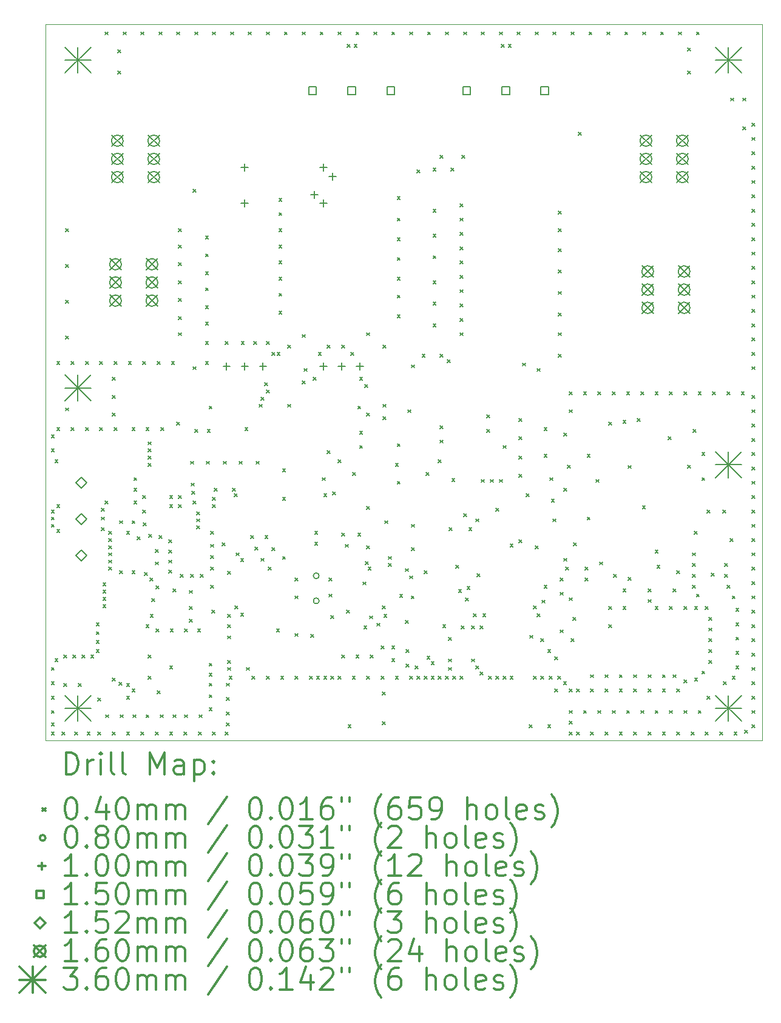
<source format=gbr>
%FSLAX45Y45*%
G04 Gerber Fmt 4.5, Leading zero omitted, Abs format (unit mm)*
G04 Created by KiCad (PCBNEW (5.1.4)-1) date 2021-09-06 14:48:07*
%MOMM*%
%LPD*%
G04 APERTURE LIST*
%ADD10C,0.050000*%
%ADD11C,0.200000*%
%ADD12C,0.300000*%
G04 APERTURE END LIST*
D10*
X6500000Y-3600000D02*
X6500000Y-13600000D01*
X16500000Y-13600000D02*
X16500000Y-3600000D01*
X6500000Y-13600000D02*
X16500000Y-13600000D01*
X6500000Y-3600000D02*
X16500000Y-3600000D01*
D11*
X6580000Y-9330000D02*
X6620000Y-9370000D01*
X6620000Y-9330000D02*
X6580000Y-9370000D01*
X6580000Y-9530000D02*
X6620000Y-9570000D01*
X6620000Y-9530000D02*
X6580000Y-9570000D01*
X6580000Y-10380000D02*
X6620000Y-10420000D01*
X6620000Y-10380000D02*
X6580000Y-10420000D01*
X6580000Y-10480000D02*
X6620000Y-10520000D01*
X6620000Y-10480000D02*
X6580000Y-10520000D01*
X6580000Y-10580000D02*
X6620000Y-10620000D01*
X6620000Y-10580000D02*
X6580000Y-10620000D01*
X6580000Y-12580000D02*
X6620000Y-12620000D01*
X6620000Y-12580000D02*
X6580000Y-12620000D01*
X6580000Y-12780000D02*
X6620000Y-12820000D01*
X6620000Y-12780000D02*
X6580000Y-12820000D01*
X6580000Y-12980000D02*
X6620000Y-13020000D01*
X6620000Y-12980000D02*
X6580000Y-13020000D01*
X6580000Y-13180000D02*
X6620000Y-13220000D01*
X6620000Y-13180000D02*
X6580000Y-13220000D01*
X6580000Y-13355000D02*
X6620000Y-13395000D01*
X6620000Y-13355000D02*
X6580000Y-13395000D01*
X6580000Y-13480000D02*
X6620000Y-13520000D01*
X6620000Y-13480000D02*
X6580000Y-13520000D01*
X6630000Y-9680000D02*
X6670000Y-9720000D01*
X6670000Y-9680000D02*
X6630000Y-9720000D01*
X6630000Y-12455000D02*
X6670000Y-12495000D01*
X6670000Y-12455000D02*
X6630000Y-12495000D01*
X6655000Y-8305000D02*
X6695000Y-8345000D01*
X6695000Y-8305000D02*
X6655000Y-8345000D01*
X6655000Y-9230000D02*
X6695000Y-9270000D01*
X6695000Y-9230000D02*
X6655000Y-9270000D01*
X6655000Y-10305000D02*
X6695000Y-10345000D01*
X6695000Y-10305000D02*
X6655000Y-10345000D01*
X6655000Y-10655000D02*
X6695000Y-10695000D01*
X6695000Y-10655000D02*
X6655000Y-10695000D01*
X6730000Y-13480000D02*
X6770000Y-13520000D01*
X6770000Y-13480000D02*
X6730000Y-13520000D01*
X6755000Y-12405000D02*
X6795000Y-12445000D01*
X6795000Y-12405000D02*
X6755000Y-12445000D01*
X6755000Y-12805000D02*
X6795000Y-12845000D01*
X6795000Y-12805000D02*
X6755000Y-12845000D01*
X6780000Y-6455000D02*
X6820000Y-6495000D01*
X6820000Y-6455000D02*
X6780000Y-6495000D01*
X6780000Y-6955000D02*
X6820000Y-6995000D01*
X6820000Y-6955000D02*
X6780000Y-6995000D01*
X6780000Y-7455000D02*
X6820000Y-7495000D01*
X6820000Y-7455000D02*
X6780000Y-7495000D01*
X6780000Y-7955000D02*
X6820000Y-7995000D01*
X6820000Y-7955000D02*
X6780000Y-7995000D01*
X6780000Y-8955000D02*
X6820000Y-8995000D01*
X6820000Y-8955000D02*
X6780000Y-8995000D01*
X6855000Y-8305000D02*
X6895000Y-8345000D01*
X6895000Y-8305000D02*
X6855000Y-8345000D01*
X6855000Y-9230000D02*
X6895000Y-9270000D01*
X6895000Y-9230000D02*
X6855000Y-9270000D01*
X6880000Y-12405000D02*
X6920000Y-12445000D01*
X6920000Y-12405000D02*
X6880000Y-12445000D01*
X6905000Y-13480000D02*
X6945000Y-13520000D01*
X6945000Y-13480000D02*
X6905000Y-13520000D01*
X6955000Y-12805000D02*
X6995000Y-12845000D01*
X6995000Y-12805000D02*
X6955000Y-12845000D01*
X7005000Y-12405000D02*
X7045000Y-12445000D01*
X7045000Y-12405000D02*
X7005000Y-12445000D01*
X7055000Y-8305000D02*
X7095000Y-8345000D01*
X7095000Y-8305000D02*
X7055000Y-8345000D01*
X7055000Y-9230000D02*
X7095000Y-9270000D01*
X7095000Y-9230000D02*
X7055000Y-9270000D01*
X7080000Y-13480000D02*
X7120000Y-13520000D01*
X7120000Y-13480000D02*
X7080000Y-13520000D01*
X7130000Y-12405000D02*
X7170000Y-12445000D01*
X7170000Y-12405000D02*
X7130000Y-12445000D01*
X7205000Y-11955000D02*
X7245000Y-11995000D01*
X7245000Y-11955000D02*
X7205000Y-11995000D01*
X7205000Y-12080000D02*
X7245000Y-12120000D01*
X7245000Y-12080000D02*
X7205000Y-12120000D01*
X7205000Y-12205000D02*
X7245000Y-12245000D01*
X7245000Y-12205000D02*
X7205000Y-12245000D01*
X7205000Y-12330000D02*
X7245000Y-12370000D01*
X7245000Y-12330000D02*
X7205000Y-12370000D01*
X7230000Y-13005000D02*
X7270000Y-13045000D01*
X7270000Y-13005000D02*
X7230000Y-13045000D01*
X7230000Y-13480000D02*
X7270000Y-13520000D01*
X7270000Y-13480000D02*
X7230000Y-13520000D01*
X7255000Y-8305000D02*
X7295000Y-8345000D01*
X7295000Y-8305000D02*
X7255000Y-8345000D01*
X7255000Y-9230000D02*
X7295000Y-9270000D01*
X7295000Y-9230000D02*
X7255000Y-9270000D01*
X7280000Y-10355000D02*
X7320000Y-10395000D01*
X7320000Y-10355000D02*
X7280000Y-10395000D01*
X7280000Y-10480000D02*
X7320000Y-10520000D01*
X7320000Y-10480000D02*
X7280000Y-10520000D01*
X7280000Y-10630000D02*
X7320000Y-10670000D01*
X7320000Y-10630000D02*
X7280000Y-10670000D01*
X7300000Y-11400000D02*
X7340000Y-11440000D01*
X7340000Y-11400000D02*
X7300000Y-11440000D01*
X7300000Y-11500000D02*
X7340000Y-11540000D01*
X7340000Y-11500000D02*
X7300000Y-11540000D01*
X7300000Y-11600000D02*
X7340000Y-11640000D01*
X7340000Y-11600000D02*
X7300000Y-11640000D01*
X7300000Y-11700000D02*
X7340000Y-11740000D01*
X7340000Y-11700000D02*
X7300000Y-11740000D01*
X7330000Y-3705000D02*
X7370000Y-3745000D01*
X7370000Y-3705000D02*
X7330000Y-3745000D01*
X7330000Y-10255000D02*
X7370000Y-10295000D01*
X7370000Y-10255000D02*
X7330000Y-10295000D01*
X7340000Y-13240000D02*
X7380000Y-13280000D01*
X7380000Y-13240000D02*
X7340000Y-13280000D01*
X7380000Y-10680000D02*
X7420000Y-10720000D01*
X7420000Y-10680000D02*
X7380000Y-10720000D01*
X7380000Y-10780000D02*
X7420000Y-10820000D01*
X7420000Y-10780000D02*
X7380000Y-10820000D01*
X7380000Y-10880000D02*
X7420000Y-10920000D01*
X7420000Y-10880000D02*
X7380000Y-10920000D01*
X7380000Y-10980000D02*
X7420000Y-11020000D01*
X7420000Y-10980000D02*
X7380000Y-11020000D01*
X7380000Y-11080000D02*
X7420000Y-11120000D01*
X7420000Y-11080000D02*
X7380000Y-11120000D01*
X7380000Y-11180000D02*
X7420000Y-11220000D01*
X7420000Y-11180000D02*
X7380000Y-11220000D01*
X7430000Y-8530000D02*
X7470000Y-8570000D01*
X7470000Y-8530000D02*
X7430000Y-8570000D01*
X7430000Y-8780000D02*
X7470000Y-8820000D01*
X7470000Y-8780000D02*
X7430000Y-8820000D01*
X7430000Y-9030000D02*
X7470000Y-9070000D01*
X7470000Y-9030000D02*
X7430000Y-9070000D01*
X7430000Y-12730000D02*
X7470000Y-12770000D01*
X7470000Y-12730000D02*
X7430000Y-12770000D01*
X7430000Y-13480000D02*
X7470000Y-13520000D01*
X7470000Y-13480000D02*
X7430000Y-13520000D01*
X7455000Y-8305000D02*
X7495000Y-8345000D01*
X7495000Y-8305000D02*
X7455000Y-8345000D01*
X7455000Y-9230000D02*
X7495000Y-9270000D01*
X7495000Y-9230000D02*
X7455000Y-9270000D01*
X7505000Y-3955000D02*
X7545000Y-3995000D01*
X7545000Y-3955000D02*
X7505000Y-3995000D01*
X7505000Y-4255000D02*
X7545000Y-4295000D01*
X7545000Y-4255000D02*
X7505000Y-4295000D01*
X7525025Y-12784975D02*
X7565025Y-12824975D01*
X7565025Y-12784975D02*
X7525025Y-12824975D01*
X7530000Y-10530000D02*
X7570000Y-10570000D01*
X7570000Y-10530000D02*
X7530000Y-10570000D01*
X7530000Y-11230000D02*
X7570000Y-11270000D01*
X7570000Y-11230000D02*
X7530000Y-11270000D01*
X7540000Y-13240000D02*
X7580000Y-13280000D01*
X7580000Y-13240000D02*
X7540000Y-13280000D01*
X7580000Y-3705000D02*
X7620000Y-3745000D01*
X7620000Y-3705000D02*
X7580000Y-3745000D01*
X7630000Y-10680000D02*
X7670000Y-10720000D01*
X7670000Y-10680000D02*
X7630000Y-10720000D01*
X7630000Y-12805000D02*
X7670000Y-12845000D01*
X7670000Y-12805000D02*
X7630000Y-12845000D01*
X7630000Y-12980000D02*
X7670000Y-13020000D01*
X7670000Y-12980000D02*
X7630000Y-13020000D01*
X7630000Y-13480000D02*
X7670000Y-13520000D01*
X7670000Y-13480000D02*
X7630000Y-13520000D01*
X7655000Y-8305000D02*
X7695000Y-8345000D01*
X7695000Y-8305000D02*
X7655000Y-8345000D01*
X7705000Y-9230000D02*
X7745000Y-9270000D01*
X7745000Y-9230000D02*
X7705000Y-9270000D01*
X7705000Y-10530000D02*
X7745000Y-10570000D01*
X7745000Y-10530000D02*
X7705000Y-10570000D01*
X7705000Y-11230000D02*
X7745000Y-11270000D01*
X7745000Y-11230000D02*
X7705000Y-11270000D01*
X7705000Y-12880000D02*
X7745000Y-12920000D01*
X7745000Y-12880000D02*
X7705000Y-12920000D01*
X7720000Y-13240000D02*
X7760000Y-13280000D01*
X7760000Y-13240000D02*
X7720000Y-13280000D01*
X7730000Y-9930000D02*
X7770000Y-9970000D01*
X7770000Y-9930000D02*
X7730000Y-9970000D01*
X7730000Y-10080000D02*
X7770000Y-10120000D01*
X7770000Y-10080000D02*
X7730000Y-10120000D01*
X7730000Y-10255000D02*
X7770000Y-10295000D01*
X7770000Y-10255000D02*
X7730000Y-10295000D01*
X7780000Y-10755000D02*
X7820000Y-10795000D01*
X7820000Y-10755000D02*
X7780000Y-10795000D01*
X7830000Y-3705000D02*
X7870000Y-3745000D01*
X7870000Y-3705000D02*
X7830000Y-3745000D01*
X7830000Y-13480000D02*
X7870000Y-13520000D01*
X7870000Y-13480000D02*
X7830000Y-13520000D01*
X7855000Y-8305000D02*
X7895000Y-8345000D01*
X7895000Y-8305000D02*
X7855000Y-8345000D01*
X7855000Y-10180000D02*
X7895000Y-10220000D01*
X7895000Y-10180000D02*
X7855000Y-10220000D01*
X7855000Y-10380000D02*
X7895000Y-10420000D01*
X7895000Y-10380000D02*
X7855000Y-10420000D01*
X7860000Y-10560000D02*
X7900000Y-10600000D01*
X7900000Y-10560000D02*
X7860000Y-10600000D01*
X7880000Y-11255000D02*
X7920000Y-11295000D01*
X7920000Y-11255000D02*
X7880000Y-11295000D01*
X7900000Y-9230000D02*
X7940000Y-9270000D01*
X7940000Y-9230000D02*
X7900000Y-9270000D01*
X7900000Y-11980000D02*
X7940000Y-12020000D01*
X7940000Y-11980000D02*
X7900000Y-12020000D01*
X7900000Y-13240000D02*
X7940000Y-13280000D01*
X7940000Y-13240000D02*
X7900000Y-13280000D01*
X7930000Y-9430000D02*
X7970000Y-9470000D01*
X7970000Y-9430000D02*
X7930000Y-9470000D01*
X7930000Y-9530000D02*
X7970000Y-9570000D01*
X7970000Y-9530000D02*
X7930000Y-9570000D01*
X7930000Y-9630000D02*
X7970000Y-9670000D01*
X7970000Y-9630000D02*
X7930000Y-9670000D01*
X7930000Y-9730000D02*
X7970000Y-9770000D01*
X7970000Y-9730000D02*
X7930000Y-9770000D01*
X7930000Y-12405000D02*
X7970000Y-12445000D01*
X7970000Y-12405000D02*
X7930000Y-12445000D01*
X7930000Y-12705000D02*
X7970000Y-12745000D01*
X7970000Y-12705000D02*
X7930000Y-12745000D01*
X7940000Y-10720000D02*
X7980000Y-10760000D01*
X7980000Y-10720000D02*
X7940000Y-10760000D01*
X7955000Y-11330000D02*
X7995000Y-11370000D01*
X7995000Y-11330000D02*
X7955000Y-11370000D01*
X7960000Y-11840000D02*
X8000000Y-11880000D01*
X8000000Y-11840000D02*
X7960000Y-11880000D01*
X7980000Y-11620000D02*
X8020000Y-11660000D01*
X8020000Y-11620000D02*
X7980000Y-11660000D01*
X8030000Y-10930000D02*
X8070000Y-10970000D01*
X8070000Y-10930000D02*
X8030000Y-10970000D01*
X8030000Y-11105000D02*
X8070000Y-11145000D01*
X8070000Y-11105000D02*
X8030000Y-11145000D01*
X8030000Y-13480000D02*
X8070000Y-13520000D01*
X8070000Y-13480000D02*
X8030000Y-13520000D01*
X8040000Y-11440000D02*
X8080000Y-11480000D01*
X8080000Y-11440000D02*
X8040000Y-11480000D01*
X8040000Y-12040000D02*
X8080000Y-12080000D01*
X8080000Y-12040000D02*
X8040000Y-12080000D01*
X8055000Y-8305000D02*
X8095000Y-8345000D01*
X8095000Y-8305000D02*
X8055000Y-8345000D01*
X8055000Y-12905000D02*
X8095000Y-12945000D01*
X8095000Y-12905000D02*
X8055000Y-12945000D01*
X8080000Y-3705000D02*
X8120000Y-3745000D01*
X8120000Y-3705000D02*
X8080000Y-3745000D01*
X8080000Y-10740000D02*
X8120000Y-10780000D01*
X8120000Y-10740000D02*
X8080000Y-10780000D01*
X8100000Y-13240000D02*
X8140000Y-13280000D01*
X8140000Y-13240000D02*
X8100000Y-13280000D01*
X8105000Y-9230000D02*
X8145000Y-9270000D01*
X8145000Y-9230000D02*
X8105000Y-9270000D01*
X8220000Y-10800000D02*
X8260000Y-10840000D01*
X8260000Y-10800000D02*
X8220000Y-10840000D01*
X8220000Y-10940000D02*
X8260000Y-10980000D01*
X8260000Y-10940000D02*
X8220000Y-10980000D01*
X8220000Y-11080000D02*
X8260000Y-11120000D01*
X8260000Y-11080000D02*
X8220000Y-11120000D01*
X8220000Y-11220000D02*
X8260000Y-11260000D01*
X8260000Y-11220000D02*
X8220000Y-11260000D01*
X8230000Y-10180000D02*
X8270000Y-10220000D01*
X8270000Y-10180000D02*
X8230000Y-10220000D01*
X8230000Y-10305000D02*
X8270000Y-10345000D01*
X8270000Y-10305000D02*
X8230000Y-10345000D01*
X8230000Y-12555000D02*
X8270000Y-12595000D01*
X8270000Y-12555000D02*
X8230000Y-12595000D01*
X8230000Y-13480000D02*
X8270000Y-13520000D01*
X8270000Y-13480000D02*
X8230000Y-13520000D01*
X8240000Y-12040000D02*
X8280000Y-12080000D01*
X8280000Y-12040000D02*
X8240000Y-12080000D01*
X8255000Y-8305000D02*
X8295000Y-8345000D01*
X8295000Y-8305000D02*
X8255000Y-8345000D01*
X8280000Y-11480000D02*
X8320000Y-11520000D01*
X8320000Y-11480000D02*
X8280000Y-11520000D01*
X8280000Y-13240000D02*
X8320000Y-13280000D01*
X8320000Y-13240000D02*
X8280000Y-13280000D01*
X8330000Y-3705000D02*
X8370000Y-3745000D01*
X8370000Y-3705000D02*
X8330000Y-3745000D01*
X8330000Y-9155000D02*
X8370000Y-9195000D01*
X8370000Y-9155000D02*
X8330000Y-9195000D01*
X8355000Y-6455000D02*
X8395000Y-6495000D01*
X8395000Y-6455000D02*
X8355000Y-6495000D01*
X8355000Y-6680000D02*
X8395000Y-6720000D01*
X8395000Y-6680000D02*
X8355000Y-6720000D01*
X8355000Y-6930000D02*
X8395000Y-6970000D01*
X8395000Y-6930000D02*
X8355000Y-6970000D01*
X8355000Y-7180000D02*
X8395000Y-7220000D01*
X8395000Y-7180000D02*
X8355000Y-7220000D01*
X8355000Y-7430000D02*
X8395000Y-7470000D01*
X8395000Y-7430000D02*
X8355000Y-7470000D01*
X8355000Y-7680000D02*
X8395000Y-7720000D01*
X8395000Y-7680000D02*
X8355000Y-7720000D01*
X8355000Y-7905000D02*
X8395000Y-7945000D01*
X8395000Y-7905000D02*
X8355000Y-7945000D01*
X8355000Y-10180000D02*
X8395000Y-10220000D01*
X8395000Y-10180000D02*
X8355000Y-10220000D01*
X8355000Y-10305000D02*
X8395000Y-10345000D01*
X8395000Y-10305000D02*
X8355000Y-10345000D01*
X8380000Y-11280000D02*
X8420000Y-11320000D01*
X8420000Y-11280000D02*
X8380000Y-11320000D01*
X8430000Y-13480000D02*
X8470000Y-13520000D01*
X8470000Y-13480000D02*
X8430000Y-13520000D01*
X8440000Y-12040000D02*
X8480000Y-12080000D01*
X8480000Y-12040000D02*
X8440000Y-12080000D01*
X8440000Y-13240000D02*
X8480000Y-13280000D01*
X8480000Y-13240000D02*
X8440000Y-13280000D01*
X8505000Y-11505000D02*
X8545000Y-11545000D01*
X8545000Y-11505000D02*
X8505000Y-11545000D01*
X8505000Y-11730000D02*
X8545000Y-11770000D01*
X8545000Y-11730000D02*
X8505000Y-11770000D01*
X8505000Y-11905000D02*
X8545000Y-11945000D01*
X8545000Y-11905000D02*
X8505000Y-11945000D01*
X8520000Y-9700000D02*
X8560000Y-9740000D01*
X8560000Y-9700000D02*
X8520000Y-9740000D01*
X8520000Y-11280000D02*
X8560000Y-11320000D01*
X8560000Y-11280000D02*
X8520000Y-11320000D01*
X8530000Y-10005000D02*
X8570000Y-10045000D01*
X8570000Y-10005000D02*
X8530000Y-10045000D01*
X8540000Y-10120000D02*
X8580000Y-10160000D01*
X8580000Y-10120000D02*
X8540000Y-10160000D01*
X8555000Y-5905000D02*
X8595000Y-5945000D01*
X8595000Y-5905000D02*
X8555000Y-5945000D01*
X8555000Y-8380000D02*
X8595000Y-8420000D01*
X8595000Y-8380000D02*
X8555000Y-8420000D01*
X8555000Y-10255000D02*
X8595000Y-10295000D01*
X8595000Y-10255000D02*
X8555000Y-10295000D01*
X8580000Y-3705000D02*
X8620000Y-3745000D01*
X8620000Y-3705000D02*
X8580000Y-3745000D01*
X8580000Y-9255000D02*
X8620000Y-9295000D01*
X8620000Y-9255000D02*
X8580000Y-9295000D01*
X8605000Y-10405000D02*
X8645000Y-10445000D01*
X8645000Y-10405000D02*
X8605000Y-10445000D01*
X8605000Y-10505000D02*
X8645000Y-10545000D01*
X8645000Y-10505000D02*
X8605000Y-10545000D01*
X8605000Y-10605000D02*
X8645000Y-10645000D01*
X8645000Y-10605000D02*
X8605000Y-10645000D01*
X8620000Y-12040000D02*
X8660000Y-12080000D01*
X8660000Y-12040000D02*
X8620000Y-12080000D01*
X8630000Y-13480000D02*
X8670000Y-13520000D01*
X8670000Y-13480000D02*
X8630000Y-13520000D01*
X8640000Y-13240000D02*
X8680000Y-13280000D01*
X8680000Y-13240000D02*
X8640000Y-13280000D01*
X8660000Y-11280000D02*
X8700000Y-11320000D01*
X8700000Y-11280000D02*
X8660000Y-11320000D01*
X8730000Y-6555000D02*
X8770000Y-6595000D01*
X8770000Y-6555000D02*
X8730000Y-6595000D01*
X8730000Y-6805000D02*
X8770000Y-6845000D01*
X8770000Y-6805000D02*
X8730000Y-6845000D01*
X8730000Y-7055000D02*
X8770000Y-7095000D01*
X8770000Y-7055000D02*
X8730000Y-7095000D01*
X8730000Y-7280000D02*
X8770000Y-7320000D01*
X8770000Y-7280000D02*
X8730000Y-7320000D01*
X8730000Y-7530000D02*
X8770000Y-7570000D01*
X8770000Y-7530000D02*
X8730000Y-7570000D01*
X8730000Y-7755000D02*
X8770000Y-7795000D01*
X8770000Y-7755000D02*
X8730000Y-7795000D01*
X8730000Y-8030000D02*
X8770000Y-8070000D01*
X8770000Y-8030000D02*
X8730000Y-8070000D01*
X8730000Y-8305000D02*
X8770000Y-8345000D01*
X8770000Y-8305000D02*
X8730000Y-8345000D01*
X8740000Y-9700000D02*
X8780000Y-9740000D01*
X8780000Y-9700000D02*
X8740000Y-9740000D01*
X8755000Y-9255000D02*
X8795000Y-9295000D01*
X8795000Y-9255000D02*
X8755000Y-9295000D01*
X8780000Y-8930000D02*
X8820000Y-8970000D01*
X8820000Y-8930000D02*
X8780000Y-8970000D01*
X8780000Y-12520000D02*
X8820000Y-12560000D01*
X8820000Y-12520000D02*
X8780000Y-12560000D01*
X8780000Y-12660000D02*
X8820000Y-12700000D01*
X8820000Y-12660000D02*
X8780000Y-12700000D01*
X8780000Y-12800000D02*
X8820000Y-12840000D01*
X8820000Y-12800000D02*
X8780000Y-12840000D01*
X8780000Y-12960000D02*
X8820000Y-13000000D01*
X8820000Y-12960000D02*
X8780000Y-13000000D01*
X8780000Y-13140000D02*
X8820000Y-13180000D01*
X8820000Y-13140000D02*
X8780000Y-13180000D01*
X8800000Y-10860000D02*
X8840000Y-10900000D01*
X8840000Y-10860000D02*
X8800000Y-10900000D01*
X8800000Y-11020000D02*
X8840000Y-11060000D01*
X8840000Y-11020000D02*
X8800000Y-11060000D01*
X8800000Y-11180000D02*
X8840000Y-11220000D01*
X8840000Y-11180000D02*
X8800000Y-11220000D01*
X8805000Y-10680000D02*
X8845000Y-10720000D01*
X8845000Y-10680000D02*
X8805000Y-10720000D01*
X8805000Y-11430000D02*
X8845000Y-11470000D01*
X8845000Y-11430000D02*
X8805000Y-11470000D01*
X8820000Y-11780000D02*
X8860000Y-11820000D01*
X8860000Y-11780000D02*
X8820000Y-11820000D01*
X8830000Y-3705000D02*
X8870000Y-3745000D01*
X8870000Y-3705000D02*
X8830000Y-3745000D01*
X8830000Y-10205000D02*
X8870000Y-10245000D01*
X8870000Y-10205000D02*
X8830000Y-10245000D01*
X8830000Y-10305000D02*
X8870000Y-10345000D01*
X8870000Y-10305000D02*
X8830000Y-10345000D01*
X8830000Y-13480000D02*
X8870000Y-13520000D01*
X8870000Y-13480000D02*
X8830000Y-13520000D01*
X8855000Y-10080000D02*
X8895000Y-10120000D01*
X8895000Y-10080000D02*
X8855000Y-10120000D01*
X8960000Y-10840000D02*
X9000000Y-10880000D01*
X9000000Y-10840000D02*
X8960000Y-10880000D01*
X8980000Y-9700000D02*
X9020000Y-9740000D01*
X9020000Y-9700000D02*
X8980000Y-9740000D01*
X9005000Y-8030000D02*
X9045000Y-8070000D01*
X9045000Y-8030000D02*
X9005000Y-8070000D01*
X9005000Y-13480000D02*
X9045000Y-13520000D01*
X9045000Y-13480000D02*
X9005000Y-13520000D01*
X9020000Y-12800000D02*
X9060000Y-12840000D01*
X9060000Y-12800000D02*
X9020000Y-12840000D01*
X9020000Y-13000000D02*
X9060000Y-13040000D01*
X9060000Y-13000000D02*
X9020000Y-13040000D01*
X9020000Y-13200000D02*
X9060000Y-13240000D01*
X9060000Y-13200000D02*
X9020000Y-13240000D01*
X9020000Y-13355000D02*
X9060000Y-13395000D01*
X9060000Y-13355000D02*
X9020000Y-13395000D01*
X9040000Y-11240000D02*
X9080000Y-11280000D01*
X9080000Y-11240000D02*
X9040000Y-11280000D01*
X9040000Y-11840000D02*
X9080000Y-11880000D01*
X9080000Y-11840000D02*
X9040000Y-11880000D01*
X9040000Y-11980000D02*
X9080000Y-12020000D01*
X9080000Y-11980000D02*
X9040000Y-12020000D01*
X9040000Y-12140000D02*
X9080000Y-12180000D01*
X9080000Y-12140000D02*
X9040000Y-12180000D01*
X9040000Y-12480000D02*
X9080000Y-12520000D01*
X9080000Y-12480000D02*
X9040000Y-12520000D01*
X9040000Y-12580000D02*
X9080000Y-12620000D01*
X9080000Y-12580000D02*
X9040000Y-12620000D01*
X9060000Y-12700000D02*
X9100000Y-12740000D01*
X9100000Y-12700000D02*
X9060000Y-12740000D01*
X9080000Y-3705000D02*
X9120000Y-3745000D01*
X9120000Y-3705000D02*
X9080000Y-3745000D01*
X9105000Y-10080000D02*
X9145000Y-10120000D01*
X9145000Y-10080000D02*
X9105000Y-10120000D01*
X9130000Y-10155000D02*
X9170000Y-10195000D01*
X9170000Y-10155000D02*
X9130000Y-10195000D01*
X9140000Y-11720000D02*
X9180000Y-11760000D01*
X9180000Y-11720000D02*
X9140000Y-11760000D01*
X9160000Y-10980000D02*
X9200000Y-11020000D01*
X9200000Y-10980000D02*
X9160000Y-11020000D01*
X9200000Y-9700000D02*
X9240000Y-9740000D01*
X9240000Y-9700000D02*
X9200000Y-9740000D01*
X9220000Y-11060000D02*
X9260000Y-11100000D01*
X9260000Y-11060000D02*
X9220000Y-11100000D01*
X9220000Y-11820000D02*
X9260000Y-11860000D01*
X9260000Y-11820000D02*
X9220000Y-11860000D01*
X9230000Y-8030000D02*
X9270000Y-8070000D01*
X9270000Y-8030000D02*
X9230000Y-8070000D01*
X9280000Y-9230000D02*
X9320000Y-9270000D01*
X9320000Y-9230000D02*
X9280000Y-9270000D01*
X9300000Y-12580000D02*
X9340000Y-12620000D01*
X9340000Y-12580000D02*
X9300000Y-12620000D01*
X9330000Y-3705000D02*
X9370000Y-3745000D01*
X9370000Y-3705000D02*
X9330000Y-3745000D01*
X9360000Y-10740000D02*
X9400000Y-10780000D01*
X9400000Y-10740000D02*
X9360000Y-10780000D01*
X9380000Y-12700000D02*
X9420000Y-12740000D01*
X9420000Y-12700000D02*
X9380000Y-12740000D01*
X9405000Y-8030000D02*
X9445000Y-8070000D01*
X9445000Y-8030000D02*
X9405000Y-8070000D01*
X9420000Y-10900000D02*
X9460000Y-10940000D01*
X9460000Y-10900000D02*
X9420000Y-10940000D01*
X9440000Y-9700000D02*
X9480000Y-9740000D01*
X9480000Y-9700000D02*
X9440000Y-9740000D01*
X9480000Y-8905000D02*
X9520000Y-8945000D01*
X9520000Y-8905000D02*
X9480000Y-8945000D01*
X9505000Y-8805000D02*
X9545000Y-8845000D01*
X9545000Y-8805000D02*
X9505000Y-8845000D01*
X9505000Y-11055000D02*
X9545000Y-11095000D01*
X9545000Y-11055000D02*
X9505000Y-11095000D01*
X9555000Y-8605000D02*
X9595000Y-8645000D01*
X9595000Y-8605000D02*
X9555000Y-8645000D01*
X9560000Y-10740000D02*
X9600000Y-10780000D01*
X9600000Y-10740000D02*
X9560000Y-10780000D01*
X9580000Y-3705000D02*
X9620000Y-3745000D01*
X9620000Y-3705000D02*
X9580000Y-3745000D01*
X9580000Y-8030000D02*
X9620000Y-8070000D01*
X9620000Y-8030000D02*
X9580000Y-8070000D01*
X9580000Y-8705000D02*
X9620000Y-8745000D01*
X9620000Y-8705000D02*
X9580000Y-8745000D01*
X9580000Y-12700000D02*
X9620000Y-12740000D01*
X9620000Y-12700000D02*
X9580000Y-12740000D01*
X9605000Y-11180000D02*
X9645000Y-11220000D01*
X9645000Y-11180000D02*
X9605000Y-11220000D01*
X9655000Y-8180000D02*
X9695000Y-8220000D01*
X9695000Y-8180000D02*
X9655000Y-8220000D01*
X9655000Y-10905000D02*
X9695000Y-10945000D01*
X9695000Y-10905000D02*
X9655000Y-10945000D01*
X9720000Y-12040000D02*
X9760000Y-12080000D01*
X9760000Y-12040000D02*
X9720000Y-12080000D01*
X9730000Y-8180000D02*
X9770000Y-8220000D01*
X9770000Y-8180000D02*
X9730000Y-8220000D01*
X9755000Y-6030000D02*
X9795000Y-6070000D01*
X9795000Y-6030000D02*
X9755000Y-6070000D01*
X9755000Y-6230000D02*
X9795000Y-6270000D01*
X9795000Y-6230000D02*
X9755000Y-6270000D01*
X9755000Y-6455000D02*
X9795000Y-6495000D01*
X9795000Y-6455000D02*
X9755000Y-6495000D01*
X9755000Y-6680000D02*
X9795000Y-6720000D01*
X9795000Y-6680000D02*
X9755000Y-6720000D01*
X9755000Y-6905000D02*
X9795000Y-6945000D01*
X9795000Y-6905000D02*
X9755000Y-6945000D01*
X9755000Y-7130000D02*
X9795000Y-7170000D01*
X9795000Y-7130000D02*
X9755000Y-7170000D01*
X9755000Y-7355000D02*
X9795000Y-7395000D01*
X9795000Y-7355000D02*
X9755000Y-7395000D01*
X9755000Y-7605000D02*
X9795000Y-7645000D01*
X9795000Y-7605000D02*
X9755000Y-7645000D01*
X9780000Y-12700000D02*
X9820000Y-12740000D01*
X9820000Y-12700000D02*
X9780000Y-12740000D01*
X9805000Y-9805000D02*
X9845000Y-9845000D01*
X9845000Y-9805000D02*
X9805000Y-9845000D01*
X9805000Y-10205000D02*
X9845000Y-10245000D01*
X9845000Y-10205000D02*
X9805000Y-10245000D01*
X9805000Y-11030000D02*
X9845000Y-11070000D01*
X9845000Y-11030000D02*
X9805000Y-11070000D01*
X9830000Y-3705000D02*
X9870000Y-3745000D01*
X9870000Y-3705000D02*
X9830000Y-3745000D01*
X9880000Y-8080000D02*
X9920000Y-8120000D01*
X9920000Y-8080000D02*
X9880000Y-8120000D01*
X9880000Y-8903750D02*
X9920000Y-8943750D01*
X9920000Y-8903750D02*
X9880000Y-8943750D01*
X9980000Y-11330000D02*
X10020000Y-11370000D01*
X10020000Y-11330000D02*
X9980000Y-11370000D01*
X9980000Y-11580000D02*
X10020000Y-11620000D01*
X10020000Y-11580000D02*
X9980000Y-11620000D01*
X9980000Y-12105000D02*
X10020000Y-12145000D01*
X10020000Y-12105000D02*
X9980000Y-12145000D01*
X9980000Y-12700000D02*
X10020000Y-12740000D01*
X10020000Y-12700000D02*
X9980000Y-12740000D01*
X10080000Y-3705000D02*
X10120000Y-3745000D01*
X10120000Y-3705000D02*
X10080000Y-3745000D01*
X10080000Y-7930000D02*
X10120000Y-7970000D01*
X10120000Y-7930000D02*
X10080000Y-7970000D01*
X10080000Y-8580000D02*
X10120000Y-8620000D01*
X10120000Y-8580000D02*
X10080000Y-8620000D01*
X10105000Y-8405000D02*
X10145000Y-8445000D01*
X10145000Y-8405000D02*
X10105000Y-8445000D01*
X10180000Y-12700000D02*
X10220000Y-12740000D01*
X10220000Y-12700000D02*
X10180000Y-12740000D01*
X10200000Y-12120000D02*
X10240000Y-12160000D01*
X10240000Y-12120000D02*
X10200000Y-12160000D01*
X10230000Y-8530000D02*
X10270000Y-8570000D01*
X10270000Y-8530000D02*
X10230000Y-8570000D01*
X10255000Y-10680000D02*
X10295000Y-10720000D01*
X10295000Y-10680000D02*
X10255000Y-10720000D01*
X10255000Y-10830000D02*
X10295000Y-10870000D01*
X10295000Y-10830000D02*
X10255000Y-10870000D01*
X10280000Y-12700000D02*
X10320000Y-12740000D01*
X10320000Y-12700000D02*
X10280000Y-12740000D01*
X10305000Y-8180000D02*
X10345000Y-8220000D01*
X10345000Y-8180000D02*
X10305000Y-8220000D01*
X10330000Y-3705000D02*
X10370000Y-3745000D01*
X10370000Y-3705000D02*
X10330000Y-3745000D01*
X10360000Y-9930000D02*
X10400000Y-9970000D01*
X10400000Y-9930000D02*
X10360000Y-9970000D01*
X10380000Y-10155000D02*
X10420000Y-10195000D01*
X10420000Y-10155000D02*
X10380000Y-10195000D01*
X10380000Y-12700000D02*
X10420000Y-12740000D01*
X10420000Y-12700000D02*
X10380000Y-12740000D01*
X10430000Y-8080000D02*
X10470000Y-8120000D01*
X10470000Y-8080000D02*
X10430000Y-8120000D01*
X10430000Y-9555000D02*
X10470000Y-9595000D01*
X10470000Y-9555000D02*
X10430000Y-9595000D01*
X10455000Y-11330000D02*
X10495000Y-11370000D01*
X10495000Y-11330000D02*
X10455000Y-11370000D01*
X10455000Y-11555000D02*
X10495000Y-11595000D01*
X10495000Y-11555000D02*
X10455000Y-11595000D01*
X10480000Y-11855000D02*
X10520000Y-11895000D01*
X10520000Y-11855000D02*
X10480000Y-11895000D01*
X10480000Y-12700000D02*
X10520000Y-12740000D01*
X10520000Y-12700000D02*
X10480000Y-12740000D01*
X10505000Y-10130000D02*
X10545000Y-10170000D01*
X10545000Y-10130000D02*
X10505000Y-10170000D01*
X10580000Y-3705000D02*
X10620000Y-3745000D01*
X10620000Y-3705000D02*
X10580000Y-3745000D01*
X10580000Y-9680000D02*
X10620000Y-9720000D01*
X10620000Y-9680000D02*
X10580000Y-9720000D01*
X10580000Y-12700000D02*
X10620000Y-12740000D01*
X10620000Y-12700000D02*
X10580000Y-12740000D01*
X10630000Y-8080000D02*
X10670000Y-8120000D01*
X10670000Y-8080000D02*
X10630000Y-8120000D01*
X10630000Y-10705000D02*
X10670000Y-10745000D01*
X10670000Y-10705000D02*
X10630000Y-10745000D01*
X10630000Y-12405000D02*
X10670000Y-12445000D01*
X10670000Y-12405000D02*
X10630000Y-12445000D01*
X10680000Y-10860000D02*
X10720000Y-10900000D01*
X10720000Y-10860000D02*
X10680000Y-10900000D01*
X10700000Y-11780000D02*
X10740000Y-11820000D01*
X10740000Y-11780000D02*
X10700000Y-11820000D01*
X10705000Y-3880000D02*
X10745000Y-3920000D01*
X10745000Y-3880000D02*
X10705000Y-3920000D01*
X10720000Y-13380000D02*
X10760000Y-13420000D01*
X10760000Y-13380000D02*
X10720000Y-13420000D01*
X10755000Y-8180000D02*
X10795000Y-8220000D01*
X10795000Y-8180000D02*
X10755000Y-8220000D01*
X10780000Y-12700000D02*
X10820000Y-12740000D01*
X10820000Y-12700000D02*
X10780000Y-12740000D01*
X10786000Y-9855000D02*
X10826000Y-9895000D01*
X10826000Y-9855000D02*
X10786000Y-9895000D01*
X10805000Y-3880000D02*
X10845000Y-3920000D01*
X10845000Y-3880000D02*
X10805000Y-3920000D01*
X10830000Y-3705000D02*
X10870000Y-3745000D01*
X10870000Y-3705000D02*
X10830000Y-3745000D01*
X10830000Y-12405000D02*
X10870000Y-12445000D01*
X10870000Y-12405000D02*
X10830000Y-12445000D01*
X10855000Y-8930000D02*
X10895000Y-8970000D01*
X10895000Y-8930000D02*
X10855000Y-8970000D01*
X10855000Y-10705000D02*
X10895000Y-10745000D01*
X10895000Y-10705000D02*
X10855000Y-10745000D01*
X10880000Y-8530000D02*
X10920000Y-8570000D01*
X10920000Y-8530000D02*
X10880000Y-8570000D01*
X10880000Y-9280000D02*
X10920000Y-9320000D01*
X10920000Y-9280000D02*
X10880000Y-9320000D01*
X10880000Y-9480000D02*
X10920000Y-9520000D01*
X10920000Y-9480000D02*
X10880000Y-9520000D01*
X10930000Y-11385000D02*
X10970000Y-11425000D01*
X10970000Y-11385000D02*
X10930000Y-11425000D01*
X10940000Y-12000000D02*
X10980000Y-12040000D01*
X10980000Y-12000000D02*
X10940000Y-12040000D01*
X10955000Y-8630000D02*
X10995000Y-8670000D01*
X10995000Y-8630000D02*
X10955000Y-8670000D01*
X10960000Y-11100000D02*
X11000000Y-11140000D01*
X11000000Y-11100000D02*
X10960000Y-11140000D01*
X10980000Y-7905000D02*
X11020000Y-7945000D01*
X11020000Y-7905000D02*
X10980000Y-7945000D01*
X10980000Y-9030000D02*
X11020000Y-9070000D01*
X11020000Y-9030000D02*
X10980000Y-9070000D01*
X10980000Y-10330000D02*
X11020000Y-10370000D01*
X11020000Y-10330000D02*
X10980000Y-10370000D01*
X10980000Y-10880000D02*
X11020000Y-10920000D01*
X11020000Y-10880000D02*
X10980000Y-10920000D01*
X10980000Y-12700000D02*
X11020000Y-12740000D01*
X11020000Y-12700000D02*
X10980000Y-12740000D01*
X11000000Y-11180000D02*
X11040000Y-11220000D01*
X11040000Y-11180000D02*
X11000000Y-11220000D01*
X11020000Y-11860000D02*
X11060000Y-11900000D01*
X11060000Y-11860000D02*
X11020000Y-11900000D01*
X11030000Y-12405000D02*
X11070000Y-12445000D01*
X11070000Y-12405000D02*
X11030000Y-12445000D01*
X11080000Y-3705000D02*
X11120000Y-3745000D01*
X11120000Y-3705000D02*
X11080000Y-3745000D01*
X11120000Y-11960000D02*
X11160000Y-12000000D01*
X11160000Y-11960000D02*
X11120000Y-12000000D01*
X11180000Y-12280000D02*
X11220000Y-12320000D01*
X11220000Y-12280000D02*
X11180000Y-12320000D01*
X11180000Y-12700000D02*
X11220000Y-12740000D01*
X11220000Y-12700000D02*
X11180000Y-12740000D01*
X11200000Y-11720000D02*
X11240000Y-11760000D01*
X11240000Y-11720000D02*
X11200000Y-11760000D01*
X11200000Y-12920000D02*
X11240000Y-12960000D01*
X11240000Y-12920000D02*
X11200000Y-12960000D01*
X11200000Y-13340000D02*
X11240000Y-13380000D01*
X11240000Y-13340000D02*
X11200000Y-13380000D01*
X11205000Y-8080000D02*
X11245000Y-8120000D01*
X11245000Y-8080000D02*
X11205000Y-8120000D01*
X11205000Y-8903750D02*
X11245000Y-8943750D01*
X11245000Y-8903750D02*
X11205000Y-8943750D01*
X11205000Y-9080000D02*
X11245000Y-9120000D01*
X11245000Y-9080000D02*
X11205000Y-9120000D01*
X11220000Y-11840000D02*
X11260000Y-11880000D01*
X11260000Y-11840000D02*
X11220000Y-11880000D01*
X11230000Y-10530000D02*
X11270000Y-10570000D01*
X11270000Y-10530000D02*
X11230000Y-10570000D01*
X11280000Y-11030000D02*
X11320000Y-11070000D01*
X11320000Y-11030000D02*
X11280000Y-11070000D01*
X11280000Y-11130000D02*
X11320000Y-11170000D01*
X11320000Y-11130000D02*
X11280000Y-11170000D01*
X11330000Y-3705000D02*
X11370000Y-3745000D01*
X11370000Y-3705000D02*
X11330000Y-3745000D01*
X11330000Y-12280000D02*
X11370000Y-12320000D01*
X11370000Y-12280000D02*
X11330000Y-12320000D01*
X11330000Y-12455000D02*
X11370000Y-12495000D01*
X11370000Y-12455000D02*
X11330000Y-12495000D01*
X11380000Y-9730000D02*
X11420000Y-9770000D01*
X11420000Y-9730000D02*
X11380000Y-9770000D01*
X11380000Y-12700000D02*
X11420000Y-12740000D01*
X11420000Y-12700000D02*
X11380000Y-12740000D01*
X11405000Y-6005000D02*
X11445000Y-6045000D01*
X11445000Y-6005000D02*
X11405000Y-6045000D01*
X11405000Y-6305000D02*
X11445000Y-6345000D01*
X11445000Y-6305000D02*
X11405000Y-6345000D01*
X11405000Y-6580000D02*
X11445000Y-6620000D01*
X11445000Y-6580000D02*
X11405000Y-6620000D01*
X11405000Y-6855000D02*
X11445000Y-6895000D01*
X11445000Y-6855000D02*
X11405000Y-6895000D01*
X11405000Y-7130000D02*
X11445000Y-7170000D01*
X11445000Y-7130000D02*
X11405000Y-7170000D01*
X11405000Y-7380000D02*
X11445000Y-7420000D01*
X11445000Y-7380000D02*
X11405000Y-7420000D01*
X11405000Y-7655000D02*
X11445000Y-7695000D01*
X11445000Y-7655000D02*
X11405000Y-7695000D01*
X11405000Y-9455000D02*
X11445000Y-9495000D01*
X11445000Y-9455000D02*
X11405000Y-9495000D01*
X11405000Y-9980000D02*
X11445000Y-10020000D01*
X11445000Y-9980000D02*
X11405000Y-10020000D01*
X11440000Y-11560000D02*
X11480000Y-11600000D01*
X11480000Y-11560000D02*
X11440000Y-11600000D01*
X11520000Y-11200000D02*
X11560000Y-11240000D01*
X11560000Y-11200000D02*
X11520000Y-11240000D01*
X11520000Y-11920000D02*
X11560000Y-11960000D01*
X11560000Y-11920000D02*
X11520000Y-11960000D01*
X11530000Y-12330000D02*
X11570000Y-12370000D01*
X11570000Y-12330000D02*
X11530000Y-12370000D01*
X11530000Y-12530000D02*
X11570000Y-12570000D01*
X11570000Y-12530000D02*
X11530000Y-12570000D01*
X11555000Y-8980000D02*
X11595000Y-9020000D01*
X11595000Y-8980000D02*
X11555000Y-9020000D01*
X11580000Y-3705000D02*
X11620000Y-3745000D01*
X11620000Y-3705000D02*
X11580000Y-3745000D01*
X11580000Y-11300000D02*
X11620000Y-11340000D01*
X11620000Y-11300000D02*
X11580000Y-11340000D01*
X11580000Y-12700000D02*
X11620000Y-12740000D01*
X11620000Y-12700000D02*
X11580000Y-12740000D01*
X11600000Y-11580000D02*
X11640000Y-11620000D01*
X11640000Y-11580000D02*
X11600000Y-11620000D01*
X11605000Y-8355000D02*
X11645000Y-8395000D01*
X11645000Y-8355000D02*
X11605000Y-8395000D01*
X11605000Y-10580000D02*
X11645000Y-10620000D01*
X11645000Y-10580000D02*
X11605000Y-10620000D01*
X11605000Y-10905000D02*
X11645000Y-10945000D01*
X11645000Y-10905000D02*
X11605000Y-10945000D01*
X11655000Y-12555000D02*
X11695000Y-12595000D01*
X11695000Y-12555000D02*
X11655000Y-12595000D01*
X11680000Y-5630000D02*
X11720000Y-5670000D01*
X11720000Y-5630000D02*
X11680000Y-5670000D01*
X11680000Y-12700000D02*
X11720000Y-12740000D01*
X11720000Y-12700000D02*
X11680000Y-12740000D01*
X11753750Y-8205000D02*
X11793750Y-8245000D01*
X11793750Y-8205000D02*
X11753750Y-8245000D01*
X11780000Y-11230000D02*
X11820000Y-11270000D01*
X11820000Y-11230000D02*
X11780000Y-11270000D01*
X11780000Y-12700000D02*
X11820000Y-12740000D01*
X11820000Y-12700000D02*
X11780000Y-12740000D01*
X11805000Y-9855000D02*
X11845000Y-9895000D01*
X11845000Y-9855000D02*
X11805000Y-9895000D01*
X11820000Y-12420000D02*
X11860000Y-12460000D01*
X11860000Y-12420000D02*
X11820000Y-12460000D01*
X11830000Y-3705000D02*
X11870000Y-3745000D01*
X11870000Y-3705000D02*
X11830000Y-3745000D01*
X11880000Y-12500000D02*
X11920000Y-12540000D01*
X11920000Y-12500000D02*
X11880000Y-12540000D01*
X11880000Y-12700000D02*
X11920000Y-12740000D01*
X11920000Y-12700000D02*
X11880000Y-12740000D01*
X11905000Y-5605000D02*
X11945000Y-5645000D01*
X11945000Y-5605000D02*
X11905000Y-5645000D01*
X11905000Y-6180000D02*
X11945000Y-6220000D01*
X11945000Y-6180000D02*
X11905000Y-6220000D01*
X11905000Y-6530000D02*
X11945000Y-6570000D01*
X11945000Y-6530000D02*
X11905000Y-6570000D01*
X11905000Y-6830000D02*
X11945000Y-6870000D01*
X11945000Y-6830000D02*
X11905000Y-6870000D01*
X11905000Y-7180000D02*
X11945000Y-7220000D01*
X11945000Y-7180000D02*
X11905000Y-7220000D01*
X11905000Y-7480000D02*
X11945000Y-7520000D01*
X11945000Y-7480000D02*
X11905000Y-7520000D01*
X11905000Y-7780000D02*
X11945000Y-7820000D01*
X11945000Y-7780000D02*
X11905000Y-7820000D01*
X11980000Y-9678750D02*
X12020000Y-9718750D01*
X12020000Y-9678750D02*
X11980000Y-9718750D01*
X11980000Y-12700000D02*
X12020000Y-12740000D01*
X12020000Y-12700000D02*
X11980000Y-12740000D01*
X12005000Y-5430000D02*
X12045000Y-5470000D01*
X12045000Y-5430000D02*
X12005000Y-5470000D01*
X12005000Y-8205000D02*
X12045000Y-8245000D01*
X12045000Y-8205000D02*
X12005000Y-8245000D01*
X12005000Y-9205000D02*
X12045000Y-9245000D01*
X12045000Y-9205000D02*
X12005000Y-9245000D01*
X12005000Y-9405000D02*
X12045000Y-9445000D01*
X12045000Y-9405000D02*
X12005000Y-9445000D01*
X12040000Y-11980000D02*
X12080000Y-12020000D01*
X12080000Y-11980000D02*
X12040000Y-12020000D01*
X12080000Y-3705000D02*
X12120000Y-3745000D01*
X12120000Y-3705000D02*
X12080000Y-3745000D01*
X12080000Y-12700000D02*
X12120000Y-12740000D01*
X12120000Y-12700000D02*
X12080000Y-12740000D01*
X12105000Y-8280000D02*
X12145000Y-8320000D01*
X12145000Y-8280000D02*
X12105000Y-8320000D01*
X12120000Y-12160000D02*
X12160000Y-12200000D01*
X12160000Y-12160000D02*
X12120000Y-12200000D01*
X12120000Y-12460000D02*
X12160000Y-12500000D01*
X12160000Y-12460000D02*
X12120000Y-12500000D01*
X12120000Y-12580000D02*
X12160000Y-12620000D01*
X12160000Y-12580000D02*
X12120000Y-12620000D01*
X12130000Y-10630000D02*
X12170000Y-10670000D01*
X12170000Y-10630000D02*
X12130000Y-10670000D01*
X12155000Y-5605000D02*
X12195000Y-5645000D01*
X12195000Y-5605000D02*
X12155000Y-5645000D01*
X12168125Y-9941875D02*
X12208125Y-9981875D01*
X12208125Y-9941875D02*
X12168125Y-9981875D01*
X12180000Y-12700000D02*
X12220000Y-12740000D01*
X12220000Y-12700000D02*
X12180000Y-12740000D01*
X12220000Y-11150000D02*
X12260000Y-11190000D01*
X12260000Y-11150000D02*
X12220000Y-11190000D01*
X12260000Y-11490000D02*
X12300000Y-11530000D01*
X12300000Y-11490000D02*
X12260000Y-11530000D01*
X12280000Y-6105000D02*
X12320000Y-6145000D01*
X12320000Y-6105000D02*
X12280000Y-6145000D01*
X12280000Y-6305000D02*
X12320000Y-6345000D01*
X12320000Y-6305000D02*
X12280000Y-6345000D01*
X12280000Y-6505000D02*
X12320000Y-6545000D01*
X12320000Y-6505000D02*
X12280000Y-6545000D01*
X12280000Y-6705000D02*
X12320000Y-6745000D01*
X12320000Y-6705000D02*
X12280000Y-6745000D01*
X12280000Y-6905000D02*
X12320000Y-6945000D01*
X12320000Y-6905000D02*
X12280000Y-6945000D01*
X12280000Y-7105000D02*
X12320000Y-7145000D01*
X12320000Y-7105000D02*
X12280000Y-7145000D01*
X12280000Y-7305000D02*
X12320000Y-7345000D01*
X12320000Y-7305000D02*
X12280000Y-7345000D01*
X12280000Y-7505000D02*
X12320000Y-7545000D01*
X12320000Y-7505000D02*
X12280000Y-7545000D01*
X12280000Y-7705000D02*
X12320000Y-7745000D01*
X12320000Y-7705000D02*
X12280000Y-7745000D01*
X12280000Y-7905000D02*
X12320000Y-7945000D01*
X12320000Y-7905000D02*
X12280000Y-7945000D01*
X12280000Y-12700000D02*
X12320000Y-12740000D01*
X12320000Y-12700000D02*
X12280000Y-12740000D01*
X12300000Y-12000000D02*
X12340000Y-12040000D01*
X12340000Y-12000000D02*
X12300000Y-12040000D01*
X12305000Y-5430000D02*
X12345000Y-5470000D01*
X12345000Y-5430000D02*
X12305000Y-5470000D01*
X12330000Y-3705000D02*
X12370000Y-3745000D01*
X12370000Y-3705000D02*
X12330000Y-3745000D01*
X12330000Y-10430000D02*
X12370000Y-10470000D01*
X12370000Y-10430000D02*
X12330000Y-10470000D01*
X12360000Y-11610000D02*
X12400000Y-11650000D01*
X12400000Y-11610000D02*
X12360000Y-11650000D01*
X12380000Y-11450000D02*
X12420000Y-11490000D01*
X12420000Y-11450000D02*
X12380000Y-11490000D01*
X12405000Y-10630000D02*
X12445000Y-10670000D01*
X12445000Y-10630000D02*
X12405000Y-10670000D01*
X12440000Y-12000000D02*
X12480000Y-12040000D01*
X12480000Y-12000000D02*
X12440000Y-12040000D01*
X12440000Y-12460000D02*
X12480000Y-12500000D01*
X12480000Y-12460000D02*
X12440000Y-12500000D01*
X12470000Y-11830000D02*
X12510000Y-11870000D01*
X12510000Y-11830000D02*
X12470000Y-11870000D01*
X12500000Y-12560000D02*
X12540000Y-12600000D01*
X12540000Y-12560000D02*
X12500000Y-12600000D01*
X12505000Y-10505000D02*
X12545000Y-10545000D01*
X12545000Y-10505000D02*
X12505000Y-10545000D01*
X12520000Y-11270000D02*
X12560000Y-11310000D01*
X12560000Y-11270000D02*
X12520000Y-11310000D01*
X12560000Y-12000000D02*
X12600000Y-12040000D01*
X12600000Y-12000000D02*
X12560000Y-12040000D01*
X12560000Y-12640000D02*
X12600000Y-12680000D01*
X12600000Y-12640000D02*
X12560000Y-12680000D01*
X12580000Y-3705000D02*
X12620000Y-3745000D01*
X12620000Y-3705000D02*
X12580000Y-3745000D01*
X12580000Y-9955000D02*
X12620000Y-9995000D01*
X12620000Y-9955000D02*
X12580000Y-9995000D01*
X12600000Y-11830000D02*
X12640000Y-11870000D01*
X12640000Y-11830000D02*
X12600000Y-11870000D01*
X12655000Y-9055000D02*
X12695000Y-9095000D01*
X12695000Y-9055000D02*
X12655000Y-9095000D01*
X12655000Y-9255000D02*
X12695000Y-9295000D01*
X12695000Y-9255000D02*
X12655000Y-9295000D01*
X12680000Y-12700000D02*
X12720000Y-12740000D01*
X12720000Y-12700000D02*
X12680000Y-12740000D01*
X12705000Y-9955000D02*
X12745000Y-9995000D01*
X12745000Y-9955000D02*
X12705000Y-9995000D01*
X12780000Y-10355000D02*
X12820000Y-10395000D01*
X12820000Y-10355000D02*
X12780000Y-10395000D01*
X12780000Y-12700000D02*
X12820000Y-12740000D01*
X12820000Y-12700000D02*
X12780000Y-12740000D01*
X12830000Y-3705000D02*
X12870000Y-3745000D01*
X12870000Y-3705000D02*
X12830000Y-3745000D01*
X12830000Y-9955000D02*
X12870000Y-9995000D01*
X12870000Y-9955000D02*
X12830000Y-9995000D01*
X12855000Y-3880000D02*
X12895000Y-3920000D01*
X12895000Y-3880000D02*
X12855000Y-3920000D01*
X12880000Y-9480000D02*
X12920000Y-9520000D01*
X12920000Y-9480000D02*
X12880000Y-9520000D01*
X12880000Y-12700000D02*
X12920000Y-12740000D01*
X12920000Y-12700000D02*
X12880000Y-12740000D01*
X12955000Y-3880000D02*
X12995000Y-3920000D01*
X12995000Y-3880000D02*
X12955000Y-3920000D01*
X12980000Y-10855000D02*
X13020000Y-10895000D01*
X13020000Y-10855000D02*
X12980000Y-10895000D01*
X12980000Y-12700000D02*
X13020000Y-12740000D01*
X13020000Y-12700000D02*
X12980000Y-12740000D01*
X13080000Y-3705000D02*
X13120000Y-3745000D01*
X13120000Y-3705000D02*
X13080000Y-3745000D01*
X13105000Y-9105000D02*
X13145000Y-9145000D01*
X13145000Y-9105000D02*
X13105000Y-9145000D01*
X13105000Y-9355000D02*
X13145000Y-9395000D01*
X13145000Y-9355000D02*
X13105000Y-9395000D01*
X13105000Y-9630000D02*
X13145000Y-9670000D01*
X13145000Y-9630000D02*
X13105000Y-9670000D01*
X13105000Y-9880000D02*
X13145000Y-9920000D01*
X13145000Y-9880000D02*
X13105000Y-9920000D01*
X13105000Y-10795000D02*
X13145000Y-10835000D01*
X13145000Y-10795000D02*
X13105000Y-10835000D01*
X13155000Y-8330000D02*
X13195000Y-8370000D01*
X13195000Y-8330000D02*
X13155000Y-8370000D01*
X13205000Y-10155000D02*
X13245000Y-10195000D01*
X13245000Y-10155000D02*
X13205000Y-10195000D01*
X13245000Y-13380000D02*
X13285000Y-13420000D01*
X13285000Y-13380000D02*
X13245000Y-13420000D01*
X13255000Y-12130000D02*
X13295000Y-12170000D01*
X13295000Y-12130000D02*
X13255000Y-12170000D01*
X13305000Y-11720000D02*
X13345000Y-11760000D01*
X13345000Y-11720000D02*
X13305000Y-11760000D01*
X13305000Y-12700000D02*
X13345000Y-12740000D01*
X13345000Y-12700000D02*
X13305000Y-12740000D01*
X13330000Y-3705000D02*
X13370000Y-3745000D01*
X13370000Y-3705000D02*
X13330000Y-3745000D01*
X13330000Y-10880000D02*
X13370000Y-10920000D01*
X13370000Y-10880000D02*
X13330000Y-10920000D01*
X13355000Y-8405000D02*
X13395000Y-8445000D01*
X13395000Y-8405000D02*
X13355000Y-8445000D01*
X13355000Y-11830000D02*
X13395000Y-11870000D01*
X13395000Y-11830000D02*
X13355000Y-11870000D01*
X13405000Y-12180000D02*
X13445000Y-12220000D01*
X13445000Y-12180000D02*
X13405000Y-12220000D01*
X13405000Y-12700000D02*
X13445000Y-12740000D01*
X13445000Y-12700000D02*
X13405000Y-12740000D01*
X13425000Y-11640000D02*
X13465000Y-11680000D01*
X13465000Y-11640000D02*
X13425000Y-11680000D01*
X13455000Y-9230000D02*
X13495000Y-9270000D01*
X13495000Y-9230000D02*
X13455000Y-9270000D01*
X13455000Y-9605000D02*
X13495000Y-9645000D01*
X13495000Y-9605000D02*
X13455000Y-9645000D01*
X13455000Y-11435000D02*
X13495000Y-11475000D01*
X13495000Y-11435000D02*
X13455000Y-11475000D01*
X13505000Y-12330000D02*
X13545000Y-12370000D01*
X13545000Y-12330000D02*
X13505000Y-12370000D01*
X13505000Y-13380000D02*
X13545000Y-13420000D01*
X13545000Y-13380000D02*
X13505000Y-13420000D01*
X13525000Y-12700000D02*
X13565000Y-12740000D01*
X13565000Y-12700000D02*
X13525000Y-12740000D01*
X13532500Y-9930000D02*
X13572500Y-9970000D01*
X13572500Y-9930000D02*
X13532500Y-9970000D01*
X13555000Y-10230000D02*
X13595000Y-10270000D01*
X13595000Y-10230000D02*
X13555000Y-10270000D01*
X13580000Y-3705000D02*
X13620000Y-3745000D01*
X13620000Y-3705000D02*
X13580000Y-3745000D01*
X13580000Y-10505000D02*
X13620000Y-10545000D01*
X13620000Y-10505000D02*
X13580000Y-10545000D01*
X13605000Y-12430000D02*
X13645000Y-12470000D01*
X13645000Y-12430000D02*
X13605000Y-12470000D01*
X13605000Y-12880000D02*
X13645000Y-12920000D01*
X13645000Y-12880000D02*
X13605000Y-12920000D01*
X13645000Y-12700000D02*
X13685000Y-12740000D01*
X13685000Y-12700000D02*
X13645000Y-12740000D01*
X13655000Y-6205000D02*
X13695000Y-6245000D01*
X13695000Y-6205000D02*
X13655000Y-6245000D01*
X13655000Y-6455000D02*
X13695000Y-6495000D01*
X13695000Y-6455000D02*
X13655000Y-6495000D01*
X13655000Y-6730000D02*
X13695000Y-6770000D01*
X13695000Y-6730000D02*
X13655000Y-6770000D01*
X13655000Y-7030000D02*
X13695000Y-7070000D01*
X13695000Y-7030000D02*
X13655000Y-7070000D01*
X13655000Y-7330000D02*
X13695000Y-7370000D01*
X13695000Y-7330000D02*
X13655000Y-7370000D01*
X13655000Y-7630000D02*
X13695000Y-7670000D01*
X13695000Y-7630000D02*
X13655000Y-7670000D01*
X13655000Y-7905000D02*
X13695000Y-7945000D01*
X13695000Y-7905000D02*
X13655000Y-7945000D01*
X13655000Y-8205000D02*
X13695000Y-8245000D01*
X13695000Y-8205000D02*
X13655000Y-8245000D01*
X13680000Y-11330000D02*
X13720000Y-11370000D01*
X13720000Y-11330000D02*
X13680000Y-11370000D01*
X13680000Y-11530000D02*
X13720000Y-11570000D01*
X13720000Y-11530000D02*
X13680000Y-11570000D01*
X13680000Y-12055000D02*
X13720000Y-12095000D01*
X13720000Y-12055000D02*
X13680000Y-12095000D01*
X13725000Y-12780000D02*
X13765000Y-12820000D01*
X13765000Y-12780000D02*
X13725000Y-12820000D01*
X13730000Y-9305000D02*
X13770000Y-9345000D01*
X13770000Y-9305000D02*
X13730000Y-9345000D01*
X13730000Y-10080000D02*
X13770000Y-10120000D01*
X13770000Y-10080000D02*
X13730000Y-10120000D01*
X13730000Y-11055000D02*
X13770000Y-11095000D01*
X13770000Y-11055000D02*
X13730000Y-11095000D01*
X13755000Y-11180000D02*
X13795000Y-11220000D01*
X13795000Y-11180000D02*
X13755000Y-11220000D01*
X13780000Y-9755000D02*
X13820000Y-9795000D01*
X13820000Y-9755000D02*
X13780000Y-9795000D01*
X13805000Y-8730000D02*
X13845000Y-8770000D01*
X13845000Y-8730000D02*
X13805000Y-8770000D01*
X13805000Y-8980000D02*
X13845000Y-9020000D01*
X13845000Y-8980000D02*
X13805000Y-9020000D01*
X13805000Y-11605000D02*
X13845000Y-11645000D01*
X13845000Y-11605000D02*
X13805000Y-11645000D01*
X13805000Y-12880000D02*
X13845000Y-12920000D01*
X13845000Y-12880000D02*
X13805000Y-12920000D01*
X13805000Y-13180000D02*
X13845000Y-13220000D01*
X13845000Y-13180000D02*
X13805000Y-13220000D01*
X13805000Y-13330000D02*
X13845000Y-13370000D01*
X13845000Y-13330000D02*
X13805000Y-13370000D01*
X13805000Y-13480000D02*
X13845000Y-13520000D01*
X13845000Y-13480000D02*
X13805000Y-13520000D01*
X13830000Y-3705000D02*
X13870000Y-3745000D01*
X13870000Y-3705000D02*
X13830000Y-3745000D01*
X13830000Y-12180000D02*
X13870000Y-12220000D01*
X13870000Y-12180000D02*
X13830000Y-12220000D01*
X13855000Y-11880000D02*
X13895000Y-11920000D01*
X13895000Y-11880000D02*
X13855000Y-11920000D01*
X13865000Y-10840000D02*
X13905000Y-10880000D01*
X13905000Y-10840000D02*
X13865000Y-10880000D01*
X13905000Y-12880000D02*
X13945000Y-12920000D01*
X13945000Y-12880000D02*
X13905000Y-12920000D01*
X13905000Y-13480000D02*
X13945000Y-13520000D01*
X13945000Y-13480000D02*
X13905000Y-13520000D01*
X13930000Y-5105000D02*
X13970000Y-5145000D01*
X13970000Y-5105000D02*
X13930000Y-5145000D01*
X14005000Y-8730000D02*
X14045000Y-8770000D01*
X14045000Y-8730000D02*
X14005000Y-8770000D01*
X14005000Y-13180000D02*
X14045000Y-13220000D01*
X14045000Y-13180000D02*
X14005000Y-13220000D01*
X14025000Y-11180000D02*
X14065000Y-11220000D01*
X14065000Y-11180000D02*
X14025000Y-11220000D01*
X14025000Y-11330000D02*
X14065000Y-11370000D01*
X14065000Y-11330000D02*
X14025000Y-11370000D01*
X14055000Y-9605000D02*
X14095000Y-9645000D01*
X14095000Y-9605000D02*
X14055000Y-9645000D01*
X14055000Y-10480000D02*
X14095000Y-10520000D01*
X14095000Y-10480000D02*
X14055000Y-10520000D01*
X14080000Y-3705000D02*
X14120000Y-3745000D01*
X14120000Y-3705000D02*
X14080000Y-3745000D01*
X14105000Y-12680000D02*
X14145000Y-12720000D01*
X14145000Y-12680000D02*
X14105000Y-12720000D01*
X14105000Y-12880000D02*
X14145000Y-12920000D01*
X14145000Y-12880000D02*
X14105000Y-12920000D01*
X14105000Y-13480000D02*
X14145000Y-13520000D01*
X14145000Y-13480000D02*
X14105000Y-13520000D01*
X14180000Y-9955000D02*
X14220000Y-9995000D01*
X14220000Y-9955000D02*
X14180000Y-9995000D01*
X14205000Y-8730000D02*
X14245000Y-8770000D01*
X14245000Y-8730000D02*
X14205000Y-8770000D01*
X14205000Y-13180000D02*
X14245000Y-13220000D01*
X14245000Y-13180000D02*
X14205000Y-13220000D01*
X14230000Y-11105000D02*
X14270000Y-11145000D01*
X14270000Y-11105000D02*
X14230000Y-11145000D01*
X14305000Y-12680000D02*
X14345000Y-12720000D01*
X14345000Y-12680000D02*
X14305000Y-12720000D01*
X14305000Y-12880000D02*
X14345000Y-12920000D01*
X14345000Y-12880000D02*
X14305000Y-12920000D01*
X14305000Y-13480000D02*
X14345000Y-13520000D01*
X14345000Y-13480000D02*
X14305000Y-13520000D01*
X14330000Y-3705000D02*
X14370000Y-3745000D01*
X14370000Y-3705000D02*
X14330000Y-3745000D01*
X14355000Y-9155000D02*
X14395000Y-9195000D01*
X14395000Y-9155000D02*
X14355000Y-9195000D01*
X14355000Y-11730000D02*
X14395000Y-11770000D01*
X14395000Y-11730000D02*
X14355000Y-11770000D01*
X14355000Y-11980000D02*
X14395000Y-12020000D01*
X14395000Y-11980000D02*
X14355000Y-12020000D01*
X14405000Y-8730000D02*
X14445000Y-8770000D01*
X14445000Y-8730000D02*
X14405000Y-8770000D01*
X14405000Y-13180000D02*
X14445000Y-13220000D01*
X14445000Y-13180000D02*
X14405000Y-13220000D01*
X14425000Y-11280000D02*
X14465000Y-11320000D01*
X14465000Y-11280000D02*
X14425000Y-11320000D01*
X14505000Y-12680000D02*
X14545000Y-12720000D01*
X14545000Y-12680000D02*
X14505000Y-12720000D01*
X14505000Y-12880000D02*
X14545000Y-12920000D01*
X14545000Y-12880000D02*
X14505000Y-12920000D01*
X14505000Y-13480000D02*
X14545000Y-13520000D01*
X14545000Y-13480000D02*
X14505000Y-13520000D01*
X14555000Y-9130000D02*
X14595000Y-9170000D01*
X14595000Y-9130000D02*
X14555000Y-9170000D01*
X14555000Y-11480000D02*
X14595000Y-11520000D01*
X14595000Y-11480000D02*
X14555000Y-11520000D01*
X14555000Y-11730000D02*
X14595000Y-11770000D01*
X14595000Y-11730000D02*
X14555000Y-11770000D01*
X14580000Y-3705000D02*
X14620000Y-3745000D01*
X14620000Y-3705000D02*
X14580000Y-3745000D01*
X14605000Y-8730000D02*
X14645000Y-8770000D01*
X14645000Y-8730000D02*
X14605000Y-8770000D01*
X14605000Y-13180000D02*
X14645000Y-13220000D01*
X14645000Y-13180000D02*
X14605000Y-13220000D01*
X14625000Y-9760000D02*
X14665000Y-9800000D01*
X14665000Y-9760000D02*
X14625000Y-9800000D01*
X14625000Y-11320000D02*
X14665000Y-11360000D01*
X14665000Y-11320000D02*
X14625000Y-11360000D01*
X14705000Y-12680000D02*
X14745000Y-12720000D01*
X14745000Y-12680000D02*
X14705000Y-12720000D01*
X14705000Y-12880000D02*
X14745000Y-12920000D01*
X14745000Y-12880000D02*
X14705000Y-12920000D01*
X14705000Y-13480000D02*
X14745000Y-13520000D01*
X14745000Y-13480000D02*
X14705000Y-13520000D01*
X14755000Y-9105000D02*
X14795000Y-9145000D01*
X14795000Y-9105000D02*
X14755000Y-9145000D01*
X14805000Y-8730000D02*
X14845000Y-8770000D01*
X14845000Y-8730000D02*
X14805000Y-8770000D01*
X14805000Y-13180000D02*
X14845000Y-13220000D01*
X14845000Y-13180000D02*
X14805000Y-13220000D01*
X14825000Y-10320000D02*
X14865000Y-10360000D01*
X14865000Y-10320000D02*
X14825000Y-10360000D01*
X14830000Y-3705000D02*
X14870000Y-3745000D01*
X14870000Y-3705000D02*
X14830000Y-3745000D01*
X14905000Y-11480000D02*
X14945000Y-11520000D01*
X14945000Y-11480000D02*
X14905000Y-11520000D01*
X14905000Y-11630000D02*
X14945000Y-11670000D01*
X14945000Y-11630000D02*
X14905000Y-11670000D01*
X14905000Y-12680000D02*
X14945000Y-12720000D01*
X14945000Y-12680000D02*
X14905000Y-12720000D01*
X14905000Y-12880000D02*
X14945000Y-12920000D01*
X14945000Y-12880000D02*
X14905000Y-12920000D01*
X14905000Y-13480000D02*
X14945000Y-13520000D01*
X14945000Y-13480000D02*
X14905000Y-13520000D01*
X15005000Y-8730000D02*
X15045000Y-8770000D01*
X15045000Y-8730000D02*
X15005000Y-8770000D01*
X15005000Y-10940000D02*
X15045000Y-10980000D01*
X15045000Y-10940000D02*
X15005000Y-10980000D01*
X15005000Y-11730000D02*
X15045000Y-11770000D01*
X15045000Y-11730000D02*
X15005000Y-11770000D01*
X15005000Y-13180000D02*
X15045000Y-13220000D01*
X15045000Y-13180000D02*
X15005000Y-13220000D01*
X15030000Y-11155000D02*
X15070000Y-11195000D01*
X15070000Y-11155000D02*
X15030000Y-11195000D01*
X15080000Y-3705000D02*
X15120000Y-3745000D01*
X15120000Y-3705000D02*
X15080000Y-3745000D01*
X15105000Y-12680000D02*
X15145000Y-12720000D01*
X15145000Y-12680000D02*
X15105000Y-12720000D01*
X15105000Y-12880000D02*
X15145000Y-12920000D01*
X15145000Y-12880000D02*
X15105000Y-12920000D01*
X15105000Y-13480000D02*
X15145000Y-13520000D01*
X15145000Y-13480000D02*
X15105000Y-13520000D01*
X15185000Y-9360000D02*
X15225000Y-9400000D01*
X15225000Y-9360000D02*
X15185000Y-9400000D01*
X15205000Y-8730000D02*
X15245000Y-8770000D01*
X15245000Y-8730000D02*
X15205000Y-8770000D01*
X15205000Y-11730000D02*
X15245000Y-11770000D01*
X15245000Y-11730000D02*
X15205000Y-11770000D01*
X15205000Y-13180000D02*
X15245000Y-13220000D01*
X15245000Y-13180000D02*
X15205000Y-13220000D01*
X15255000Y-11480000D02*
X15295000Y-11520000D01*
X15295000Y-11480000D02*
X15255000Y-11520000D01*
X15255000Y-12680000D02*
X15295000Y-12720000D01*
X15295000Y-12680000D02*
X15255000Y-12720000D01*
X15305000Y-11230000D02*
X15345000Y-11270000D01*
X15345000Y-11230000D02*
X15305000Y-11270000D01*
X15305000Y-12880000D02*
X15345000Y-12920000D01*
X15345000Y-12880000D02*
X15305000Y-12920000D01*
X15305000Y-13480000D02*
X15345000Y-13520000D01*
X15345000Y-13480000D02*
X15305000Y-13520000D01*
X15330000Y-3705000D02*
X15370000Y-3745000D01*
X15370000Y-3705000D02*
X15330000Y-3745000D01*
X15405000Y-8730000D02*
X15445000Y-8770000D01*
X15445000Y-8730000D02*
X15405000Y-8770000D01*
X15405000Y-11730000D02*
X15445000Y-11770000D01*
X15445000Y-11730000D02*
X15405000Y-11770000D01*
X15405000Y-12755000D02*
X15445000Y-12795000D01*
X15445000Y-12755000D02*
X15405000Y-12795000D01*
X15405000Y-13180000D02*
X15445000Y-13220000D01*
X15445000Y-13180000D02*
X15405000Y-13220000D01*
X15455000Y-3930000D02*
X15495000Y-3970000D01*
X15495000Y-3930000D02*
X15455000Y-3970000D01*
X15455000Y-4255000D02*
X15495000Y-4295000D01*
X15495000Y-4255000D02*
X15455000Y-4295000D01*
X15455000Y-9755000D02*
X15495000Y-9795000D01*
X15495000Y-9755000D02*
X15455000Y-9795000D01*
X15505000Y-13480000D02*
X15545000Y-13520000D01*
X15545000Y-13480000D02*
X15505000Y-13520000D01*
X15525000Y-10980000D02*
X15565000Y-11020000D01*
X15565000Y-10980000D02*
X15525000Y-11020000D01*
X15525000Y-11130000D02*
X15565000Y-11170000D01*
X15565000Y-11130000D02*
X15525000Y-11170000D01*
X15525000Y-11280000D02*
X15565000Y-11320000D01*
X15565000Y-11280000D02*
X15525000Y-11320000D01*
X15525000Y-11430000D02*
X15565000Y-11470000D01*
X15565000Y-11430000D02*
X15525000Y-11470000D01*
X15530000Y-9255000D02*
X15570000Y-9295000D01*
X15570000Y-9255000D02*
X15530000Y-9295000D01*
X15550000Y-10680000D02*
X15590000Y-10720000D01*
X15590000Y-10680000D02*
X15550000Y-10720000D01*
X15555000Y-11730000D02*
X15595000Y-11770000D01*
X15595000Y-11730000D02*
X15555000Y-11770000D01*
X15555000Y-12730000D02*
X15595000Y-12770000D01*
X15595000Y-12730000D02*
X15555000Y-12770000D01*
X15580000Y-3705000D02*
X15620000Y-3745000D01*
X15620000Y-3705000D02*
X15580000Y-3745000D01*
X15580000Y-11555000D02*
X15620000Y-11595000D01*
X15620000Y-11555000D02*
X15580000Y-11595000D01*
X15605000Y-8730000D02*
X15645000Y-8770000D01*
X15645000Y-8730000D02*
X15605000Y-8770000D01*
X15605000Y-13180000D02*
X15645000Y-13220000D01*
X15645000Y-13180000D02*
X15605000Y-13220000D01*
X15655000Y-9580000D02*
X15695000Y-9620000D01*
X15695000Y-9580000D02*
X15655000Y-9620000D01*
X15655000Y-9930000D02*
X15695000Y-9970000D01*
X15695000Y-9930000D02*
X15655000Y-9970000D01*
X15655000Y-12630000D02*
X15695000Y-12670000D01*
X15695000Y-12630000D02*
X15655000Y-12670000D01*
X15705000Y-11730000D02*
X15745000Y-11770000D01*
X15745000Y-11730000D02*
X15705000Y-11770000D01*
X15705000Y-13480000D02*
X15745000Y-13520000D01*
X15745000Y-13480000D02*
X15705000Y-13520000D01*
X15725000Y-10380000D02*
X15765000Y-10420000D01*
X15765000Y-10380000D02*
X15725000Y-10420000D01*
X15730000Y-12980000D02*
X15770000Y-13020000D01*
X15770000Y-12980000D02*
X15730000Y-13020000D01*
X15755000Y-11880000D02*
X15795000Y-11920000D01*
X15795000Y-11880000D02*
X15755000Y-11920000D01*
X15755000Y-12030000D02*
X15795000Y-12070000D01*
X15795000Y-12030000D02*
X15755000Y-12070000D01*
X15755000Y-12180000D02*
X15795000Y-12220000D01*
X15795000Y-12180000D02*
X15755000Y-12220000D01*
X15755000Y-12330000D02*
X15795000Y-12370000D01*
X15795000Y-12330000D02*
X15755000Y-12370000D01*
X15755000Y-12480000D02*
X15795000Y-12520000D01*
X15795000Y-12480000D02*
X15755000Y-12520000D01*
X15785000Y-11260000D02*
X15825000Y-11300000D01*
X15825000Y-11260000D02*
X15785000Y-11300000D01*
X15805000Y-8730000D02*
X15845000Y-8770000D01*
X15845000Y-8730000D02*
X15805000Y-8770000D01*
X15905000Y-13480000D02*
X15945000Y-13520000D01*
X15945000Y-13480000D02*
X15905000Y-13520000D01*
X15950000Y-10380000D02*
X15990000Y-10420000D01*
X15990000Y-10380000D02*
X15950000Y-10420000D01*
X15955000Y-12780000D02*
X15995000Y-12820000D01*
X15995000Y-12780000D02*
X15955000Y-12820000D01*
X15975000Y-11130000D02*
X16015000Y-11170000D01*
X16015000Y-11130000D02*
X15975000Y-11170000D01*
X15975000Y-11280000D02*
X16015000Y-11320000D01*
X16015000Y-11280000D02*
X15975000Y-11320000D01*
X16005000Y-8730000D02*
X16045000Y-8770000D01*
X16045000Y-8730000D02*
X16005000Y-8770000D01*
X16005000Y-11430000D02*
X16045000Y-11470000D01*
X16045000Y-11430000D02*
X16005000Y-11470000D01*
X16050000Y-10780000D02*
X16090000Y-10820000D01*
X16090000Y-10780000D02*
X16050000Y-10820000D01*
X16055000Y-4630000D02*
X16095000Y-4670000D01*
X16095000Y-4630000D02*
X16055000Y-4670000D01*
X16080000Y-11580000D02*
X16120000Y-11620000D01*
X16120000Y-11580000D02*
X16080000Y-11620000D01*
X16080000Y-12705000D02*
X16120000Y-12745000D01*
X16120000Y-12705000D02*
X16080000Y-12745000D01*
X16105000Y-13480000D02*
X16145000Y-13520000D01*
X16145000Y-13480000D02*
X16105000Y-13520000D01*
X16130000Y-11755000D02*
X16170000Y-11795000D01*
X16170000Y-11755000D02*
X16130000Y-11795000D01*
X16130000Y-11955000D02*
X16170000Y-11995000D01*
X16170000Y-11955000D02*
X16130000Y-11995000D01*
X16130000Y-12155000D02*
X16170000Y-12195000D01*
X16170000Y-12155000D02*
X16130000Y-12195000D01*
X16130000Y-12355000D02*
X16170000Y-12395000D01*
X16170000Y-12355000D02*
X16130000Y-12395000D01*
X16130000Y-12555000D02*
X16170000Y-12595000D01*
X16170000Y-12555000D02*
X16130000Y-12595000D01*
X16205000Y-8730000D02*
X16245000Y-8770000D01*
X16245000Y-8730000D02*
X16205000Y-8770000D01*
X16230000Y-4630000D02*
X16270000Y-4670000D01*
X16270000Y-4630000D02*
X16230000Y-4670000D01*
X16230000Y-5030000D02*
X16270000Y-5070000D01*
X16270000Y-5030000D02*
X16230000Y-5070000D01*
X16255000Y-13455000D02*
X16295000Y-13495000D01*
X16295000Y-13455000D02*
X16255000Y-13495000D01*
X16355000Y-4980000D02*
X16395000Y-5020000D01*
X16395000Y-4980000D02*
X16355000Y-5020000D01*
X16355000Y-5180000D02*
X16395000Y-5220000D01*
X16395000Y-5180000D02*
X16355000Y-5220000D01*
X16355000Y-5380000D02*
X16395000Y-5420000D01*
X16395000Y-5380000D02*
X16355000Y-5420000D01*
X16355000Y-5580000D02*
X16395000Y-5620000D01*
X16395000Y-5580000D02*
X16355000Y-5620000D01*
X16355000Y-5780000D02*
X16395000Y-5820000D01*
X16395000Y-5780000D02*
X16355000Y-5820000D01*
X16355000Y-5980000D02*
X16395000Y-6020000D01*
X16395000Y-5980000D02*
X16355000Y-6020000D01*
X16355000Y-6180000D02*
X16395000Y-6220000D01*
X16395000Y-6180000D02*
X16355000Y-6220000D01*
X16355000Y-6380000D02*
X16395000Y-6420000D01*
X16395000Y-6380000D02*
X16355000Y-6420000D01*
X16355000Y-6580000D02*
X16395000Y-6620000D01*
X16395000Y-6580000D02*
X16355000Y-6620000D01*
X16355000Y-6780000D02*
X16395000Y-6820000D01*
X16395000Y-6780000D02*
X16355000Y-6820000D01*
X16355000Y-6980000D02*
X16395000Y-7020000D01*
X16395000Y-6980000D02*
X16355000Y-7020000D01*
X16355000Y-7180000D02*
X16395000Y-7220000D01*
X16395000Y-7180000D02*
X16355000Y-7220000D01*
X16355000Y-7380000D02*
X16395000Y-7420000D01*
X16395000Y-7380000D02*
X16355000Y-7420000D01*
X16355000Y-7580000D02*
X16395000Y-7620000D01*
X16395000Y-7580000D02*
X16355000Y-7620000D01*
X16355000Y-7780000D02*
X16395000Y-7820000D01*
X16395000Y-7780000D02*
X16355000Y-7820000D01*
X16355000Y-7980000D02*
X16395000Y-8020000D01*
X16395000Y-7980000D02*
X16355000Y-8020000D01*
X16355000Y-8180000D02*
X16395000Y-8220000D01*
X16395000Y-8180000D02*
X16355000Y-8220000D01*
X16355000Y-8380000D02*
X16395000Y-8420000D01*
X16395000Y-8380000D02*
X16355000Y-8420000D01*
X16355000Y-8780000D02*
X16395000Y-8820000D01*
X16395000Y-8780000D02*
X16355000Y-8820000D01*
X16355000Y-8980000D02*
X16395000Y-9020000D01*
X16395000Y-8980000D02*
X16355000Y-9020000D01*
X16355000Y-9180000D02*
X16395000Y-9220000D01*
X16395000Y-9180000D02*
X16355000Y-9220000D01*
X16355000Y-9380000D02*
X16395000Y-9420000D01*
X16395000Y-9380000D02*
X16355000Y-9420000D01*
X16355000Y-9580000D02*
X16395000Y-9620000D01*
X16395000Y-9580000D02*
X16355000Y-9620000D01*
X16355000Y-9780000D02*
X16395000Y-9820000D01*
X16395000Y-9780000D02*
X16355000Y-9820000D01*
X16355000Y-9980000D02*
X16395000Y-10020000D01*
X16395000Y-9980000D02*
X16355000Y-10020000D01*
X16355000Y-10180000D02*
X16395000Y-10220000D01*
X16395000Y-10180000D02*
X16355000Y-10220000D01*
X16355000Y-10380000D02*
X16395000Y-10420000D01*
X16395000Y-10380000D02*
X16355000Y-10420000D01*
X16355000Y-10580000D02*
X16395000Y-10620000D01*
X16395000Y-10580000D02*
X16355000Y-10620000D01*
X16355000Y-10780000D02*
X16395000Y-10820000D01*
X16395000Y-10780000D02*
X16355000Y-10820000D01*
X16355000Y-10980000D02*
X16395000Y-11020000D01*
X16395000Y-10980000D02*
X16355000Y-11020000D01*
X16355000Y-11180000D02*
X16395000Y-11220000D01*
X16395000Y-11180000D02*
X16355000Y-11220000D01*
X16355000Y-11380000D02*
X16395000Y-11420000D01*
X16395000Y-11380000D02*
X16355000Y-11420000D01*
X16355000Y-11580000D02*
X16395000Y-11620000D01*
X16395000Y-11580000D02*
X16355000Y-11620000D01*
X16355000Y-11780000D02*
X16395000Y-11820000D01*
X16395000Y-11780000D02*
X16355000Y-11820000D01*
X16355000Y-11980000D02*
X16395000Y-12020000D01*
X16395000Y-11980000D02*
X16355000Y-12020000D01*
X16355000Y-12180000D02*
X16395000Y-12220000D01*
X16395000Y-12180000D02*
X16355000Y-12220000D01*
X16355000Y-12380000D02*
X16395000Y-12420000D01*
X16395000Y-12380000D02*
X16355000Y-12420000D01*
X16355000Y-12580000D02*
X16395000Y-12620000D01*
X16395000Y-12580000D02*
X16355000Y-12620000D01*
X16355000Y-12780000D02*
X16395000Y-12820000D01*
X16395000Y-12780000D02*
X16355000Y-12820000D01*
X16355000Y-12980000D02*
X16395000Y-13020000D01*
X16395000Y-12980000D02*
X16355000Y-13020000D01*
X16355000Y-13180000D02*
X16395000Y-13220000D01*
X16395000Y-13180000D02*
X16355000Y-13220000D01*
X16355000Y-13380000D02*
X16395000Y-13420000D01*
X16395000Y-13380000D02*
X16355000Y-13420000D01*
X10315000Y-11300000D02*
G75*
G03X10315000Y-11300000I-40000J0D01*
G01*
X10315000Y-11650000D02*
G75*
G03X10315000Y-11650000I-40000J0D01*
G01*
X10375000Y-8325000D02*
X10375000Y-8425000D01*
X10325000Y-8375000D02*
X10425000Y-8375000D01*
X10629000Y-8325000D02*
X10629000Y-8425000D01*
X10579000Y-8375000D02*
X10679000Y-8375000D01*
X10883000Y-8325000D02*
X10883000Y-8425000D01*
X10833000Y-8375000D02*
X10933000Y-8375000D01*
X9025000Y-8325000D02*
X9025000Y-8425000D01*
X8975000Y-8375000D02*
X9075000Y-8375000D01*
X9279000Y-8325000D02*
X9279000Y-8425000D01*
X9229000Y-8375000D02*
X9329000Y-8375000D01*
X9533000Y-8325000D02*
X9533000Y-8425000D01*
X9483000Y-8375000D02*
X9583000Y-8375000D01*
X10250000Y-5925000D02*
X10250000Y-6025000D01*
X10200000Y-5975000D02*
X10300000Y-5975000D01*
X10375000Y-5550000D02*
X10375000Y-5650000D01*
X10325000Y-5600000D02*
X10425000Y-5600000D01*
X10375000Y-6050000D02*
X10375000Y-6150000D01*
X10325000Y-6100000D02*
X10425000Y-6100000D01*
X10500000Y-5675000D02*
X10500000Y-5775000D01*
X10450000Y-5725000D02*
X10550000Y-5725000D01*
X9275000Y-5550000D02*
X9275000Y-5650000D01*
X9225000Y-5600000D02*
X9325000Y-5600000D01*
X9275000Y-6050000D02*
X9275000Y-6150000D01*
X9225000Y-6100000D02*
X9325000Y-6100000D01*
X10278034Y-4578034D02*
X10278034Y-4471967D01*
X10171967Y-4471967D01*
X10171967Y-4578034D01*
X10278034Y-4578034D01*
X10823034Y-4578034D02*
X10823034Y-4471967D01*
X10716967Y-4471967D01*
X10716967Y-4578034D01*
X10823034Y-4578034D01*
X11368033Y-4578034D02*
X11368033Y-4471967D01*
X11261966Y-4471967D01*
X11261966Y-4578034D01*
X11368033Y-4578034D01*
X12426033Y-4578034D02*
X12426033Y-4471967D01*
X12319966Y-4471967D01*
X12319966Y-4578034D01*
X12426033Y-4578034D01*
X12971033Y-4578034D02*
X12971033Y-4471967D01*
X12864966Y-4471967D01*
X12864966Y-4578034D01*
X12971033Y-4578034D01*
X13516033Y-4578034D02*
X13516033Y-4471967D01*
X13409966Y-4471967D01*
X13409966Y-4578034D01*
X13516033Y-4578034D01*
X7000000Y-10076000D02*
X7076000Y-10000000D01*
X7000000Y-9924000D01*
X6924000Y-10000000D01*
X7000000Y-10076000D01*
X7000000Y-10584000D02*
X7076000Y-10508000D01*
X7000000Y-10432000D01*
X6924000Y-10508000D01*
X7000000Y-10584000D01*
X7000000Y-11092000D02*
X7076000Y-11016000D01*
X7000000Y-10940000D01*
X6924000Y-11016000D01*
X7000000Y-11092000D01*
X7395000Y-6870000D02*
X7555000Y-7030000D01*
X7555000Y-6870000D02*
X7395000Y-7030000D01*
X7555000Y-6950000D02*
G75*
G03X7555000Y-6950000I-80000J0D01*
G01*
X7395000Y-7124000D02*
X7555000Y-7284000D01*
X7555000Y-7124000D02*
X7395000Y-7284000D01*
X7555000Y-7204000D02*
G75*
G03X7555000Y-7204000I-80000J0D01*
G01*
X7395000Y-7378000D02*
X7555000Y-7538000D01*
X7555000Y-7378000D02*
X7395000Y-7538000D01*
X7555000Y-7458000D02*
G75*
G03X7555000Y-7458000I-80000J0D01*
G01*
X7903000Y-6870000D02*
X8063000Y-7030000D01*
X8063000Y-6870000D02*
X7903000Y-7030000D01*
X8063000Y-6950000D02*
G75*
G03X8063000Y-6950000I-80000J0D01*
G01*
X7903000Y-7124000D02*
X8063000Y-7284000D01*
X8063000Y-7124000D02*
X7903000Y-7284000D01*
X8063000Y-7204000D02*
G75*
G03X8063000Y-7204000I-80000J0D01*
G01*
X7903000Y-7378000D02*
X8063000Y-7538000D01*
X8063000Y-7378000D02*
X7903000Y-7538000D01*
X8063000Y-7458000D02*
G75*
G03X8063000Y-7458000I-80000J0D01*
G01*
X14820000Y-6970000D02*
X14980000Y-7130000D01*
X14980000Y-6970000D02*
X14820000Y-7130000D01*
X14980000Y-7050000D02*
G75*
G03X14980000Y-7050000I-80000J0D01*
G01*
X14820000Y-7224000D02*
X14980000Y-7384000D01*
X14980000Y-7224000D02*
X14820000Y-7384000D01*
X14980000Y-7304000D02*
G75*
G03X14980000Y-7304000I-80000J0D01*
G01*
X14820000Y-7478000D02*
X14980000Y-7638000D01*
X14980000Y-7478000D02*
X14820000Y-7638000D01*
X14980000Y-7558000D02*
G75*
G03X14980000Y-7558000I-80000J0D01*
G01*
X15328000Y-6970000D02*
X15488000Y-7130000D01*
X15488000Y-6970000D02*
X15328000Y-7130000D01*
X15488000Y-7050000D02*
G75*
G03X15488000Y-7050000I-80000J0D01*
G01*
X15328000Y-7224000D02*
X15488000Y-7384000D01*
X15488000Y-7224000D02*
X15328000Y-7384000D01*
X15488000Y-7304000D02*
G75*
G03X15488000Y-7304000I-80000J0D01*
G01*
X15328000Y-7478000D02*
X15488000Y-7638000D01*
X15488000Y-7478000D02*
X15328000Y-7638000D01*
X15488000Y-7558000D02*
G75*
G03X15488000Y-7558000I-80000J0D01*
G01*
X14795000Y-5145000D02*
X14955000Y-5305000D01*
X14955000Y-5145000D02*
X14795000Y-5305000D01*
X14955000Y-5225000D02*
G75*
G03X14955000Y-5225000I-80000J0D01*
G01*
X14795000Y-5399000D02*
X14955000Y-5559000D01*
X14955000Y-5399000D02*
X14795000Y-5559000D01*
X14955000Y-5479000D02*
G75*
G03X14955000Y-5479000I-80000J0D01*
G01*
X14795000Y-5653000D02*
X14955000Y-5813000D01*
X14955000Y-5653000D02*
X14795000Y-5813000D01*
X14955000Y-5733000D02*
G75*
G03X14955000Y-5733000I-80000J0D01*
G01*
X15303000Y-5145000D02*
X15463000Y-5305000D01*
X15463000Y-5145000D02*
X15303000Y-5305000D01*
X15463000Y-5225000D02*
G75*
G03X15463000Y-5225000I-80000J0D01*
G01*
X15303000Y-5399000D02*
X15463000Y-5559000D01*
X15463000Y-5399000D02*
X15303000Y-5559000D01*
X15463000Y-5479000D02*
G75*
G03X15463000Y-5479000I-80000J0D01*
G01*
X15303000Y-5653000D02*
X15463000Y-5813000D01*
X15463000Y-5653000D02*
X15303000Y-5813000D01*
X15463000Y-5733000D02*
G75*
G03X15463000Y-5733000I-80000J0D01*
G01*
X7420000Y-5145000D02*
X7580000Y-5305000D01*
X7580000Y-5145000D02*
X7420000Y-5305000D01*
X7580000Y-5225000D02*
G75*
G03X7580000Y-5225000I-80000J0D01*
G01*
X7420000Y-5399000D02*
X7580000Y-5559000D01*
X7580000Y-5399000D02*
X7420000Y-5559000D01*
X7580000Y-5479000D02*
G75*
G03X7580000Y-5479000I-80000J0D01*
G01*
X7420000Y-5653000D02*
X7580000Y-5813000D01*
X7580000Y-5653000D02*
X7420000Y-5813000D01*
X7580000Y-5733000D02*
G75*
G03X7580000Y-5733000I-80000J0D01*
G01*
X7928000Y-5145000D02*
X8088000Y-5305000D01*
X8088000Y-5145000D02*
X7928000Y-5305000D01*
X8088000Y-5225000D02*
G75*
G03X8088000Y-5225000I-80000J0D01*
G01*
X7928000Y-5399000D02*
X8088000Y-5559000D01*
X8088000Y-5399000D02*
X7928000Y-5559000D01*
X8088000Y-5479000D02*
G75*
G03X8088000Y-5479000I-80000J0D01*
G01*
X7928000Y-5653000D02*
X8088000Y-5813000D01*
X8088000Y-5653000D02*
X7928000Y-5813000D01*
X8088000Y-5733000D02*
G75*
G03X8088000Y-5733000I-80000J0D01*
G01*
X6770000Y-3920000D02*
X7130000Y-4280000D01*
X7130000Y-3920000D02*
X6770000Y-4280000D01*
X6950000Y-3920000D02*
X6950000Y-4280000D01*
X6770000Y-4100000D02*
X7130000Y-4100000D01*
X6770000Y-8495000D02*
X7130000Y-8855000D01*
X7130000Y-8495000D02*
X6770000Y-8855000D01*
X6950000Y-8495000D02*
X6950000Y-8855000D01*
X6770000Y-8675000D02*
X7130000Y-8675000D01*
X6770000Y-12970000D02*
X7130000Y-13330000D01*
X7130000Y-12970000D02*
X6770000Y-13330000D01*
X6950000Y-12970000D02*
X6950000Y-13330000D01*
X6770000Y-13150000D02*
X7130000Y-13150000D01*
X15845000Y-3920000D02*
X16205000Y-4280000D01*
X16205000Y-3920000D02*
X15845000Y-4280000D01*
X16025000Y-3920000D02*
X16025000Y-4280000D01*
X15845000Y-4100000D02*
X16205000Y-4100000D01*
X15845000Y-9570000D02*
X16205000Y-9930000D01*
X16205000Y-9570000D02*
X15845000Y-9930000D01*
X16025000Y-9570000D02*
X16025000Y-9930000D01*
X15845000Y-9750000D02*
X16205000Y-9750000D01*
X15845000Y-12970000D02*
X16205000Y-13330000D01*
X16205000Y-12970000D02*
X15845000Y-13330000D01*
X16025000Y-12970000D02*
X16025000Y-13330000D01*
X15845000Y-13150000D02*
X16205000Y-13150000D01*
D12*
X6783928Y-14068214D02*
X6783928Y-13768214D01*
X6855357Y-13768214D01*
X6898214Y-13782500D01*
X6926786Y-13811071D01*
X6941071Y-13839643D01*
X6955357Y-13896786D01*
X6955357Y-13939643D01*
X6941071Y-13996786D01*
X6926786Y-14025357D01*
X6898214Y-14053929D01*
X6855357Y-14068214D01*
X6783928Y-14068214D01*
X7083928Y-14068214D02*
X7083928Y-13868214D01*
X7083928Y-13925357D02*
X7098214Y-13896786D01*
X7112500Y-13882500D01*
X7141071Y-13868214D01*
X7169643Y-13868214D01*
X7269643Y-14068214D02*
X7269643Y-13868214D01*
X7269643Y-13768214D02*
X7255357Y-13782500D01*
X7269643Y-13796786D01*
X7283928Y-13782500D01*
X7269643Y-13768214D01*
X7269643Y-13796786D01*
X7455357Y-14068214D02*
X7426786Y-14053929D01*
X7412500Y-14025357D01*
X7412500Y-13768214D01*
X7612500Y-14068214D02*
X7583928Y-14053929D01*
X7569643Y-14025357D01*
X7569643Y-13768214D01*
X7955357Y-14068214D02*
X7955357Y-13768214D01*
X8055357Y-13982500D01*
X8155357Y-13768214D01*
X8155357Y-14068214D01*
X8426786Y-14068214D02*
X8426786Y-13911071D01*
X8412500Y-13882500D01*
X8383928Y-13868214D01*
X8326786Y-13868214D01*
X8298214Y-13882500D01*
X8426786Y-14053929D02*
X8398214Y-14068214D01*
X8326786Y-14068214D01*
X8298214Y-14053929D01*
X8283928Y-14025357D01*
X8283928Y-13996786D01*
X8298214Y-13968214D01*
X8326786Y-13953929D01*
X8398214Y-13953929D01*
X8426786Y-13939643D01*
X8569643Y-13868214D02*
X8569643Y-14168214D01*
X8569643Y-13882500D02*
X8598214Y-13868214D01*
X8655357Y-13868214D01*
X8683928Y-13882500D01*
X8698214Y-13896786D01*
X8712500Y-13925357D01*
X8712500Y-14011071D01*
X8698214Y-14039643D01*
X8683928Y-14053929D01*
X8655357Y-14068214D01*
X8598214Y-14068214D01*
X8569643Y-14053929D01*
X8841071Y-14039643D02*
X8855357Y-14053929D01*
X8841071Y-14068214D01*
X8826786Y-14053929D01*
X8841071Y-14039643D01*
X8841071Y-14068214D01*
X8841071Y-13882500D02*
X8855357Y-13896786D01*
X8841071Y-13911071D01*
X8826786Y-13896786D01*
X8841071Y-13882500D01*
X8841071Y-13911071D01*
X6457500Y-14542500D02*
X6497500Y-14582500D01*
X6497500Y-14542500D02*
X6457500Y-14582500D01*
X6841071Y-14398214D02*
X6869643Y-14398214D01*
X6898214Y-14412500D01*
X6912500Y-14426786D01*
X6926786Y-14455357D01*
X6941071Y-14512500D01*
X6941071Y-14583929D01*
X6926786Y-14641071D01*
X6912500Y-14669643D01*
X6898214Y-14683929D01*
X6869643Y-14698214D01*
X6841071Y-14698214D01*
X6812500Y-14683929D01*
X6798214Y-14669643D01*
X6783928Y-14641071D01*
X6769643Y-14583929D01*
X6769643Y-14512500D01*
X6783928Y-14455357D01*
X6798214Y-14426786D01*
X6812500Y-14412500D01*
X6841071Y-14398214D01*
X7069643Y-14669643D02*
X7083928Y-14683929D01*
X7069643Y-14698214D01*
X7055357Y-14683929D01*
X7069643Y-14669643D01*
X7069643Y-14698214D01*
X7341071Y-14498214D02*
X7341071Y-14698214D01*
X7269643Y-14383929D02*
X7198214Y-14598214D01*
X7383928Y-14598214D01*
X7555357Y-14398214D02*
X7583928Y-14398214D01*
X7612500Y-14412500D01*
X7626786Y-14426786D01*
X7641071Y-14455357D01*
X7655357Y-14512500D01*
X7655357Y-14583929D01*
X7641071Y-14641071D01*
X7626786Y-14669643D01*
X7612500Y-14683929D01*
X7583928Y-14698214D01*
X7555357Y-14698214D01*
X7526786Y-14683929D01*
X7512500Y-14669643D01*
X7498214Y-14641071D01*
X7483928Y-14583929D01*
X7483928Y-14512500D01*
X7498214Y-14455357D01*
X7512500Y-14426786D01*
X7526786Y-14412500D01*
X7555357Y-14398214D01*
X7783928Y-14698214D02*
X7783928Y-14498214D01*
X7783928Y-14526786D02*
X7798214Y-14512500D01*
X7826786Y-14498214D01*
X7869643Y-14498214D01*
X7898214Y-14512500D01*
X7912500Y-14541071D01*
X7912500Y-14698214D01*
X7912500Y-14541071D02*
X7926786Y-14512500D01*
X7955357Y-14498214D01*
X7998214Y-14498214D01*
X8026786Y-14512500D01*
X8041071Y-14541071D01*
X8041071Y-14698214D01*
X8183928Y-14698214D02*
X8183928Y-14498214D01*
X8183928Y-14526786D02*
X8198214Y-14512500D01*
X8226786Y-14498214D01*
X8269643Y-14498214D01*
X8298214Y-14512500D01*
X8312500Y-14541071D01*
X8312500Y-14698214D01*
X8312500Y-14541071D02*
X8326786Y-14512500D01*
X8355357Y-14498214D01*
X8398214Y-14498214D01*
X8426786Y-14512500D01*
X8441071Y-14541071D01*
X8441071Y-14698214D01*
X9026786Y-14383929D02*
X8769643Y-14769643D01*
X9412500Y-14398214D02*
X9441071Y-14398214D01*
X9469643Y-14412500D01*
X9483928Y-14426786D01*
X9498214Y-14455357D01*
X9512500Y-14512500D01*
X9512500Y-14583929D01*
X9498214Y-14641071D01*
X9483928Y-14669643D01*
X9469643Y-14683929D01*
X9441071Y-14698214D01*
X9412500Y-14698214D01*
X9383928Y-14683929D01*
X9369643Y-14669643D01*
X9355357Y-14641071D01*
X9341071Y-14583929D01*
X9341071Y-14512500D01*
X9355357Y-14455357D01*
X9369643Y-14426786D01*
X9383928Y-14412500D01*
X9412500Y-14398214D01*
X9641071Y-14669643D02*
X9655357Y-14683929D01*
X9641071Y-14698214D01*
X9626786Y-14683929D01*
X9641071Y-14669643D01*
X9641071Y-14698214D01*
X9841071Y-14398214D02*
X9869643Y-14398214D01*
X9898214Y-14412500D01*
X9912500Y-14426786D01*
X9926786Y-14455357D01*
X9941071Y-14512500D01*
X9941071Y-14583929D01*
X9926786Y-14641071D01*
X9912500Y-14669643D01*
X9898214Y-14683929D01*
X9869643Y-14698214D01*
X9841071Y-14698214D01*
X9812500Y-14683929D01*
X9798214Y-14669643D01*
X9783928Y-14641071D01*
X9769643Y-14583929D01*
X9769643Y-14512500D01*
X9783928Y-14455357D01*
X9798214Y-14426786D01*
X9812500Y-14412500D01*
X9841071Y-14398214D01*
X10226786Y-14698214D02*
X10055357Y-14698214D01*
X10141071Y-14698214D02*
X10141071Y-14398214D01*
X10112500Y-14441071D01*
X10083928Y-14469643D01*
X10055357Y-14483929D01*
X10483928Y-14398214D02*
X10426786Y-14398214D01*
X10398214Y-14412500D01*
X10383928Y-14426786D01*
X10355357Y-14469643D01*
X10341071Y-14526786D01*
X10341071Y-14641071D01*
X10355357Y-14669643D01*
X10369643Y-14683929D01*
X10398214Y-14698214D01*
X10455357Y-14698214D01*
X10483928Y-14683929D01*
X10498214Y-14669643D01*
X10512500Y-14641071D01*
X10512500Y-14569643D01*
X10498214Y-14541071D01*
X10483928Y-14526786D01*
X10455357Y-14512500D01*
X10398214Y-14512500D01*
X10369643Y-14526786D01*
X10355357Y-14541071D01*
X10341071Y-14569643D01*
X10626786Y-14398214D02*
X10626786Y-14455357D01*
X10741071Y-14398214D02*
X10741071Y-14455357D01*
X11183928Y-14812500D02*
X11169643Y-14798214D01*
X11141071Y-14755357D01*
X11126786Y-14726786D01*
X11112500Y-14683929D01*
X11098214Y-14612500D01*
X11098214Y-14555357D01*
X11112500Y-14483929D01*
X11126786Y-14441071D01*
X11141071Y-14412500D01*
X11169643Y-14369643D01*
X11183928Y-14355357D01*
X11426786Y-14398214D02*
X11369643Y-14398214D01*
X11341071Y-14412500D01*
X11326786Y-14426786D01*
X11298214Y-14469643D01*
X11283928Y-14526786D01*
X11283928Y-14641071D01*
X11298214Y-14669643D01*
X11312500Y-14683929D01*
X11341071Y-14698214D01*
X11398214Y-14698214D01*
X11426786Y-14683929D01*
X11441071Y-14669643D01*
X11455357Y-14641071D01*
X11455357Y-14569643D01*
X11441071Y-14541071D01*
X11426786Y-14526786D01*
X11398214Y-14512500D01*
X11341071Y-14512500D01*
X11312500Y-14526786D01*
X11298214Y-14541071D01*
X11283928Y-14569643D01*
X11726786Y-14398214D02*
X11583928Y-14398214D01*
X11569643Y-14541071D01*
X11583928Y-14526786D01*
X11612500Y-14512500D01*
X11683928Y-14512500D01*
X11712500Y-14526786D01*
X11726786Y-14541071D01*
X11741071Y-14569643D01*
X11741071Y-14641071D01*
X11726786Y-14669643D01*
X11712500Y-14683929D01*
X11683928Y-14698214D01*
X11612500Y-14698214D01*
X11583928Y-14683929D01*
X11569643Y-14669643D01*
X11883928Y-14698214D02*
X11941071Y-14698214D01*
X11969643Y-14683929D01*
X11983928Y-14669643D01*
X12012500Y-14626786D01*
X12026786Y-14569643D01*
X12026786Y-14455357D01*
X12012500Y-14426786D01*
X11998214Y-14412500D01*
X11969643Y-14398214D01*
X11912500Y-14398214D01*
X11883928Y-14412500D01*
X11869643Y-14426786D01*
X11855357Y-14455357D01*
X11855357Y-14526786D01*
X11869643Y-14555357D01*
X11883928Y-14569643D01*
X11912500Y-14583929D01*
X11969643Y-14583929D01*
X11998214Y-14569643D01*
X12012500Y-14555357D01*
X12026786Y-14526786D01*
X12383928Y-14698214D02*
X12383928Y-14398214D01*
X12512500Y-14698214D02*
X12512500Y-14541071D01*
X12498214Y-14512500D01*
X12469643Y-14498214D01*
X12426786Y-14498214D01*
X12398214Y-14512500D01*
X12383928Y-14526786D01*
X12698214Y-14698214D02*
X12669643Y-14683929D01*
X12655357Y-14669643D01*
X12641071Y-14641071D01*
X12641071Y-14555357D01*
X12655357Y-14526786D01*
X12669643Y-14512500D01*
X12698214Y-14498214D01*
X12741071Y-14498214D01*
X12769643Y-14512500D01*
X12783928Y-14526786D01*
X12798214Y-14555357D01*
X12798214Y-14641071D01*
X12783928Y-14669643D01*
X12769643Y-14683929D01*
X12741071Y-14698214D01*
X12698214Y-14698214D01*
X12969643Y-14698214D02*
X12941071Y-14683929D01*
X12926786Y-14655357D01*
X12926786Y-14398214D01*
X13198214Y-14683929D02*
X13169643Y-14698214D01*
X13112500Y-14698214D01*
X13083928Y-14683929D01*
X13069643Y-14655357D01*
X13069643Y-14541071D01*
X13083928Y-14512500D01*
X13112500Y-14498214D01*
X13169643Y-14498214D01*
X13198214Y-14512500D01*
X13212500Y-14541071D01*
X13212500Y-14569643D01*
X13069643Y-14598214D01*
X13326786Y-14683929D02*
X13355357Y-14698214D01*
X13412500Y-14698214D01*
X13441071Y-14683929D01*
X13455357Y-14655357D01*
X13455357Y-14641071D01*
X13441071Y-14612500D01*
X13412500Y-14598214D01*
X13369643Y-14598214D01*
X13341071Y-14583929D01*
X13326786Y-14555357D01*
X13326786Y-14541071D01*
X13341071Y-14512500D01*
X13369643Y-14498214D01*
X13412500Y-14498214D01*
X13441071Y-14512500D01*
X13555357Y-14812500D02*
X13569643Y-14798214D01*
X13598214Y-14755357D01*
X13612500Y-14726786D01*
X13626786Y-14683929D01*
X13641071Y-14612500D01*
X13641071Y-14555357D01*
X13626786Y-14483929D01*
X13612500Y-14441071D01*
X13598214Y-14412500D01*
X13569643Y-14369643D01*
X13555357Y-14355357D01*
X6497500Y-14958500D02*
G75*
G03X6497500Y-14958500I-40000J0D01*
G01*
X6841071Y-14794214D02*
X6869643Y-14794214D01*
X6898214Y-14808500D01*
X6912500Y-14822786D01*
X6926786Y-14851357D01*
X6941071Y-14908500D01*
X6941071Y-14979929D01*
X6926786Y-15037071D01*
X6912500Y-15065643D01*
X6898214Y-15079929D01*
X6869643Y-15094214D01*
X6841071Y-15094214D01*
X6812500Y-15079929D01*
X6798214Y-15065643D01*
X6783928Y-15037071D01*
X6769643Y-14979929D01*
X6769643Y-14908500D01*
X6783928Y-14851357D01*
X6798214Y-14822786D01*
X6812500Y-14808500D01*
X6841071Y-14794214D01*
X7069643Y-15065643D02*
X7083928Y-15079929D01*
X7069643Y-15094214D01*
X7055357Y-15079929D01*
X7069643Y-15065643D01*
X7069643Y-15094214D01*
X7255357Y-14922786D02*
X7226786Y-14908500D01*
X7212500Y-14894214D01*
X7198214Y-14865643D01*
X7198214Y-14851357D01*
X7212500Y-14822786D01*
X7226786Y-14808500D01*
X7255357Y-14794214D01*
X7312500Y-14794214D01*
X7341071Y-14808500D01*
X7355357Y-14822786D01*
X7369643Y-14851357D01*
X7369643Y-14865643D01*
X7355357Y-14894214D01*
X7341071Y-14908500D01*
X7312500Y-14922786D01*
X7255357Y-14922786D01*
X7226786Y-14937071D01*
X7212500Y-14951357D01*
X7198214Y-14979929D01*
X7198214Y-15037071D01*
X7212500Y-15065643D01*
X7226786Y-15079929D01*
X7255357Y-15094214D01*
X7312500Y-15094214D01*
X7341071Y-15079929D01*
X7355357Y-15065643D01*
X7369643Y-15037071D01*
X7369643Y-14979929D01*
X7355357Y-14951357D01*
X7341071Y-14937071D01*
X7312500Y-14922786D01*
X7555357Y-14794214D02*
X7583928Y-14794214D01*
X7612500Y-14808500D01*
X7626786Y-14822786D01*
X7641071Y-14851357D01*
X7655357Y-14908500D01*
X7655357Y-14979929D01*
X7641071Y-15037071D01*
X7626786Y-15065643D01*
X7612500Y-15079929D01*
X7583928Y-15094214D01*
X7555357Y-15094214D01*
X7526786Y-15079929D01*
X7512500Y-15065643D01*
X7498214Y-15037071D01*
X7483928Y-14979929D01*
X7483928Y-14908500D01*
X7498214Y-14851357D01*
X7512500Y-14822786D01*
X7526786Y-14808500D01*
X7555357Y-14794214D01*
X7783928Y-15094214D02*
X7783928Y-14894214D01*
X7783928Y-14922786D02*
X7798214Y-14908500D01*
X7826786Y-14894214D01*
X7869643Y-14894214D01*
X7898214Y-14908500D01*
X7912500Y-14937071D01*
X7912500Y-15094214D01*
X7912500Y-14937071D02*
X7926786Y-14908500D01*
X7955357Y-14894214D01*
X7998214Y-14894214D01*
X8026786Y-14908500D01*
X8041071Y-14937071D01*
X8041071Y-15094214D01*
X8183928Y-15094214D02*
X8183928Y-14894214D01*
X8183928Y-14922786D02*
X8198214Y-14908500D01*
X8226786Y-14894214D01*
X8269643Y-14894214D01*
X8298214Y-14908500D01*
X8312500Y-14937071D01*
X8312500Y-15094214D01*
X8312500Y-14937071D02*
X8326786Y-14908500D01*
X8355357Y-14894214D01*
X8398214Y-14894214D01*
X8426786Y-14908500D01*
X8441071Y-14937071D01*
X8441071Y-15094214D01*
X9026786Y-14779929D02*
X8769643Y-15165643D01*
X9412500Y-14794214D02*
X9441071Y-14794214D01*
X9469643Y-14808500D01*
X9483928Y-14822786D01*
X9498214Y-14851357D01*
X9512500Y-14908500D01*
X9512500Y-14979929D01*
X9498214Y-15037071D01*
X9483928Y-15065643D01*
X9469643Y-15079929D01*
X9441071Y-15094214D01*
X9412500Y-15094214D01*
X9383928Y-15079929D01*
X9369643Y-15065643D01*
X9355357Y-15037071D01*
X9341071Y-14979929D01*
X9341071Y-14908500D01*
X9355357Y-14851357D01*
X9369643Y-14822786D01*
X9383928Y-14808500D01*
X9412500Y-14794214D01*
X9641071Y-15065643D02*
X9655357Y-15079929D01*
X9641071Y-15094214D01*
X9626786Y-15079929D01*
X9641071Y-15065643D01*
X9641071Y-15094214D01*
X9841071Y-14794214D02*
X9869643Y-14794214D01*
X9898214Y-14808500D01*
X9912500Y-14822786D01*
X9926786Y-14851357D01*
X9941071Y-14908500D01*
X9941071Y-14979929D01*
X9926786Y-15037071D01*
X9912500Y-15065643D01*
X9898214Y-15079929D01*
X9869643Y-15094214D01*
X9841071Y-15094214D01*
X9812500Y-15079929D01*
X9798214Y-15065643D01*
X9783928Y-15037071D01*
X9769643Y-14979929D01*
X9769643Y-14908500D01*
X9783928Y-14851357D01*
X9798214Y-14822786D01*
X9812500Y-14808500D01*
X9841071Y-14794214D01*
X10041071Y-14794214D02*
X10226786Y-14794214D01*
X10126786Y-14908500D01*
X10169643Y-14908500D01*
X10198214Y-14922786D01*
X10212500Y-14937071D01*
X10226786Y-14965643D01*
X10226786Y-15037071D01*
X10212500Y-15065643D01*
X10198214Y-15079929D01*
X10169643Y-15094214D01*
X10083928Y-15094214D01*
X10055357Y-15079929D01*
X10041071Y-15065643D01*
X10512500Y-15094214D02*
X10341071Y-15094214D01*
X10426786Y-15094214D02*
X10426786Y-14794214D01*
X10398214Y-14837071D01*
X10369643Y-14865643D01*
X10341071Y-14879929D01*
X10626786Y-14794214D02*
X10626786Y-14851357D01*
X10741071Y-14794214D02*
X10741071Y-14851357D01*
X11183928Y-15208500D02*
X11169643Y-15194214D01*
X11141071Y-15151357D01*
X11126786Y-15122786D01*
X11112500Y-15079929D01*
X11098214Y-15008500D01*
X11098214Y-14951357D01*
X11112500Y-14879929D01*
X11126786Y-14837071D01*
X11141071Y-14808500D01*
X11169643Y-14765643D01*
X11183928Y-14751357D01*
X11283928Y-14822786D02*
X11298214Y-14808500D01*
X11326786Y-14794214D01*
X11398214Y-14794214D01*
X11426786Y-14808500D01*
X11441071Y-14822786D01*
X11455357Y-14851357D01*
X11455357Y-14879929D01*
X11441071Y-14922786D01*
X11269643Y-15094214D01*
X11455357Y-15094214D01*
X11812500Y-15094214D02*
X11812500Y-14794214D01*
X11941071Y-15094214D02*
X11941071Y-14937071D01*
X11926786Y-14908500D01*
X11898214Y-14894214D01*
X11855357Y-14894214D01*
X11826786Y-14908500D01*
X11812500Y-14922786D01*
X12126786Y-15094214D02*
X12098214Y-15079929D01*
X12083928Y-15065643D01*
X12069643Y-15037071D01*
X12069643Y-14951357D01*
X12083928Y-14922786D01*
X12098214Y-14908500D01*
X12126786Y-14894214D01*
X12169643Y-14894214D01*
X12198214Y-14908500D01*
X12212500Y-14922786D01*
X12226786Y-14951357D01*
X12226786Y-15037071D01*
X12212500Y-15065643D01*
X12198214Y-15079929D01*
X12169643Y-15094214D01*
X12126786Y-15094214D01*
X12398214Y-15094214D02*
X12369643Y-15079929D01*
X12355357Y-15051357D01*
X12355357Y-14794214D01*
X12626786Y-15079929D02*
X12598214Y-15094214D01*
X12541071Y-15094214D01*
X12512500Y-15079929D01*
X12498214Y-15051357D01*
X12498214Y-14937071D01*
X12512500Y-14908500D01*
X12541071Y-14894214D01*
X12598214Y-14894214D01*
X12626786Y-14908500D01*
X12641071Y-14937071D01*
X12641071Y-14965643D01*
X12498214Y-14994214D01*
X12755357Y-15079929D02*
X12783928Y-15094214D01*
X12841071Y-15094214D01*
X12869643Y-15079929D01*
X12883928Y-15051357D01*
X12883928Y-15037071D01*
X12869643Y-15008500D01*
X12841071Y-14994214D01*
X12798214Y-14994214D01*
X12769643Y-14979929D01*
X12755357Y-14951357D01*
X12755357Y-14937071D01*
X12769643Y-14908500D01*
X12798214Y-14894214D01*
X12841071Y-14894214D01*
X12869643Y-14908500D01*
X12983928Y-15208500D02*
X12998214Y-15194214D01*
X13026786Y-15151357D01*
X13041071Y-15122786D01*
X13055357Y-15079929D01*
X13069643Y-15008500D01*
X13069643Y-14951357D01*
X13055357Y-14879929D01*
X13041071Y-14837071D01*
X13026786Y-14808500D01*
X12998214Y-14765643D01*
X12983928Y-14751357D01*
X6447500Y-15304500D02*
X6447500Y-15404500D01*
X6397500Y-15354500D02*
X6497500Y-15354500D01*
X6941071Y-15490214D02*
X6769643Y-15490214D01*
X6855357Y-15490214D02*
X6855357Y-15190214D01*
X6826786Y-15233071D01*
X6798214Y-15261643D01*
X6769643Y-15275929D01*
X7069643Y-15461643D02*
X7083928Y-15475929D01*
X7069643Y-15490214D01*
X7055357Y-15475929D01*
X7069643Y-15461643D01*
X7069643Y-15490214D01*
X7269643Y-15190214D02*
X7298214Y-15190214D01*
X7326786Y-15204500D01*
X7341071Y-15218786D01*
X7355357Y-15247357D01*
X7369643Y-15304500D01*
X7369643Y-15375929D01*
X7355357Y-15433071D01*
X7341071Y-15461643D01*
X7326786Y-15475929D01*
X7298214Y-15490214D01*
X7269643Y-15490214D01*
X7241071Y-15475929D01*
X7226786Y-15461643D01*
X7212500Y-15433071D01*
X7198214Y-15375929D01*
X7198214Y-15304500D01*
X7212500Y-15247357D01*
X7226786Y-15218786D01*
X7241071Y-15204500D01*
X7269643Y-15190214D01*
X7555357Y-15190214D02*
X7583928Y-15190214D01*
X7612500Y-15204500D01*
X7626786Y-15218786D01*
X7641071Y-15247357D01*
X7655357Y-15304500D01*
X7655357Y-15375929D01*
X7641071Y-15433071D01*
X7626786Y-15461643D01*
X7612500Y-15475929D01*
X7583928Y-15490214D01*
X7555357Y-15490214D01*
X7526786Y-15475929D01*
X7512500Y-15461643D01*
X7498214Y-15433071D01*
X7483928Y-15375929D01*
X7483928Y-15304500D01*
X7498214Y-15247357D01*
X7512500Y-15218786D01*
X7526786Y-15204500D01*
X7555357Y-15190214D01*
X7783928Y-15490214D02*
X7783928Y-15290214D01*
X7783928Y-15318786D02*
X7798214Y-15304500D01*
X7826786Y-15290214D01*
X7869643Y-15290214D01*
X7898214Y-15304500D01*
X7912500Y-15333071D01*
X7912500Y-15490214D01*
X7912500Y-15333071D02*
X7926786Y-15304500D01*
X7955357Y-15290214D01*
X7998214Y-15290214D01*
X8026786Y-15304500D01*
X8041071Y-15333071D01*
X8041071Y-15490214D01*
X8183928Y-15490214D02*
X8183928Y-15290214D01*
X8183928Y-15318786D02*
X8198214Y-15304500D01*
X8226786Y-15290214D01*
X8269643Y-15290214D01*
X8298214Y-15304500D01*
X8312500Y-15333071D01*
X8312500Y-15490214D01*
X8312500Y-15333071D02*
X8326786Y-15304500D01*
X8355357Y-15290214D01*
X8398214Y-15290214D01*
X8426786Y-15304500D01*
X8441071Y-15333071D01*
X8441071Y-15490214D01*
X9026786Y-15175929D02*
X8769643Y-15561643D01*
X9412500Y-15190214D02*
X9441071Y-15190214D01*
X9469643Y-15204500D01*
X9483928Y-15218786D01*
X9498214Y-15247357D01*
X9512500Y-15304500D01*
X9512500Y-15375929D01*
X9498214Y-15433071D01*
X9483928Y-15461643D01*
X9469643Y-15475929D01*
X9441071Y-15490214D01*
X9412500Y-15490214D01*
X9383928Y-15475929D01*
X9369643Y-15461643D01*
X9355357Y-15433071D01*
X9341071Y-15375929D01*
X9341071Y-15304500D01*
X9355357Y-15247357D01*
X9369643Y-15218786D01*
X9383928Y-15204500D01*
X9412500Y-15190214D01*
X9641071Y-15461643D02*
X9655357Y-15475929D01*
X9641071Y-15490214D01*
X9626786Y-15475929D01*
X9641071Y-15461643D01*
X9641071Y-15490214D01*
X9841071Y-15190214D02*
X9869643Y-15190214D01*
X9898214Y-15204500D01*
X9912500Y-15218786D01*
X9926786Y-15247357D01*
X9941071Y-15304500D01*
X9941071Y-15375929D01*
X9926786Y-15433071D01*
X9912500Y-15461643D01*
X9898214Y-15475929D01*
X9869643Y-15490214D01*
X9841071Y-15490214D01*
X9812500Y-15475929D01*
X9798214Y-15461643D01*
X9783928Y-15433071D01*
X9769643Y-15375929D01*
X9769643Y-15304500D01*
X9783928Y-15247357D01*
X9798214Y-15218786D01*
X9812500Y-15204500D01*
X9841071Y-15190214D01*
X10041071Y-15190214D02*
X10226786Y-15190214D01*
X10126786Y-15304500D01*
X10169643Y-15304500D01*
X10198214Y-15318786D01*
X10212500Y-15333071D01*
X10226786Y-15361643D01*
X10226786Y-15433071D01*
X10212500Y-15461643D01*
X10198214Y-15475929D01*
X10169643Y-15490214D01*
X10083928Y-15490214D01*
X10055357Y-15475929D01*
X10041071Y-15461643D01*
X10369643Y-15490214D02*
X10426786Y-15490214D01*
X10455357Y-15475929D01*
X10469643Y-15461643D01*
X10498214Y-15418786D01*
X10512500Y-15361643D01*
X10512500Y-15247357D01*
X10498214Y-15218786D01*
X10483928Y-15204500D01*
X10455357Y-15190214D01*
X10398214Y-15190214D01*
X10369643Y-15204500D01*
X10355357Y-15218786D01*
X10341071Y-15247357D01*
X10341071Y-15318786D01*
X10355357Y-15347357D01*
X10369643Y-15361643D01*
X10398214Y-15375929D01*
X10455357Y-15375929D01*
X10483928Y-15361643D01*
X10498214Y-15347357D01*
X10512500Y-15318786D01*
X10626786Y-15190214D02*
X10626786Y-15247357D01*
X10741071Y-15190214D02*
X10741071Y-15247357D01*
X11183928Y-15604500D02*
X11169643Y-15590214D01*
X11141071Y-15547357D01*
X11126786Y-15518786D01*
X11112500Y-15475929D01*
X11098214Y-15404500D01*
X11098214Y-15347357D01*
X11112500Y-15275929D01*
X11126786Y-15233071D01*
X11141071Y-15204500D01*
X11169643Y-15161643D01*
X11183928Y-15147357D01*
X11455357Y-15490214D02*
X11283928Y-15490214D01*
X11369643Y-15490214D02*
X11369643Y-15190214D01*
X11341071Y-15233071D01*
X11312500Y-15261643D01*
X11283928Y-15275929D01*
X11569643Y-15218786D02*
X11583928Y-15204500D01*
X11612500Y-15190214D01*
X11683928Y-15190214D01*
X11712500Y-15204500D01*
X11726786Y-15218786D01*
X11741071Y-15247357D01*
X11741071Y-15275929D01*
X11726786Y-15318786D01*
X11555357Y-15490214D01*
X11741071Y-15490214D01*
X12098214Y-15490214D02*
X12098214Y-15190214D01*
X12226786Y-15490214D02*
X12226786Y-15333071D01*
X12212500Y-15304500D01*
X12183928Y-15290214D01*
X12141071Y-15290214D01*
X12112500Y-15304500D01*
X12098214Y-15318786D01*
X12412500Y-15490214D02*
X12383928Y-15475929D01*
X12369643Y-15461643D01*
X12355357Y-15433071D01*
X12355357Y-15347357D01*
X12369643Y-15318786D01*
X12383928Y-15304500D01*
X12412500Y-15290214D01*
X12455357Y-15290214D01*
X12483928Y-15304500D01*
X12498214Y-15318786D01*
X12512500Y-15347357D01*
X12512500Y-15433071D01*
X12498214Y-15461643D01*
X12483928Y-15475929D01*
X12455357Y-15490214D01*
X12412500Y-15490214D01*
X12683928Y-15490214D02*
X12655357Y-15475929D01*
X12641071Y-15447357D01*
X12641071Y-15190214D01*
X12912500Y-15475929D02*
X12883928Y-15490214D01*
X12826786Y-15490214D01*
X12798214Y-15475929D01*
X12783928Y-15447357D01*
X12783928Y-15333071D01*
X12798214Y-15304500D01*
X12826786Y-15290214D01*
X12883928Y-15290214D01*
X12912500Y-15304500D01*
X12926786Y-15333071D01*
X12926786Y-15361643D01*
X12783928Y-15390214D01*
X13041071Y-15475929D02*
X13069643Y-15490214D01*
X13126786Y-15490214D01*
X13155357Y-15475929D01*
X13169643Y-15447357D01*
X13169643Y-15433071D01*
X13155357Y-15404500D01*
X13126786Y-15390214D01*
X13083928Y-15390214D01*
X13055357Y-15375929D01*
X13041071Y-15347357D01*
X13041071Y-15333071D01*
X13055357Y-15304500D01*
X13083928Y-15290214D01*
X13126786Y-15290214D01*
X13155357Y-15304500D01*
X13269643Y-15604500D02*
X13283928Y-15590214D01*
X13312500Y-15547357D01*
X13326786Y-15518786D01*
X13341071Y-15475929D01*
X13355357Y-15404500D01*
X13355357Y-15347357D01*
X13341071Y-15275929D01*
X13326786Y-15233071D01*
X13312500Y-15204500D01*
X13283928Y-15161643D01*
X13269643Y-15147357D01*
X6475533Y-15803534D02*
X6475533Y-15697467D01*
X6369466Y-15697467D01*
X6369466Y-15803534D01*
X6475533Y-15803534D01*
X6941071Y-15886214D02*
X6769643Y-15886214D01*
X6855357Y-15886214D02*
X6855357Y-15586214D01*
X6826786Y-15629071D01*
X6798214Y-15657643D01*
X6769643Y-15671929D01*
X7069643Y-15857643D02*
X7083928Y-15871929D01*
X7069643Y-15886214D01*
X7055357Y-15871929D01*
X7069643Y-15857643D01*
X7069643Y-15886214D01*
X7355357Y-15586214D02*
X7212500Y-15586214D01*
X7198214Y-15729071D01*
X7212500Y-15714786D01*
X7241071Y-15700500D01*
X7312500Y-15700500D01*
X7341071Y-15714786D01*
X7355357Y-15729071D01*
X7369643Y-15757643D01*
X7369643Y-15829071D01*
X7355357Y-15857643D01*
X7341071Y-15871929D01*
X7312500Y-15886214D01*
X7241071Y-15886214D01*
X7212500Y-15871929D01*
X7198214Y-15857643D01*
X7555357Y-15586214D02*
X7583928Y-15586214D01*
X7612500Y-15600500D01*
X7626786Y-15614786D01*
X7641071Y-15643357D01*
X7655357Y-15700500D01*
X7655357Y-15771929D01*
X7641071Y-15829071D01*
X7626786Y-15857643D01*
X7612500Y-15871929D01*
X7583928Y-15886214D01*
X7555357Y-15886214D01*
X7526786Y-15871929D01*
X7512500Y-15857643D01*
X7498214Y-15829071D01*
X7483928Y-15771929D01*
X7483928Y-15700500D01*
X7498214Y-15643357D01*
X7512500Y-15614786D01*
X7526786Y-15600500D01*
X7555357Y-15586214D01*
X7783928Y-15886214D02*
X7783928Y-15686214D01*
X7783928Y-15714786D02*
X7798214Y-15700500D01*
X7826786Y-15686214D01*
X7869643Y-15686214D01*
X7898214Y-15700500D01*
X7912500Y-15729071D01*
X7912500Y-15886214D01*
X7912500Y-15729071D02*
X7926786Y-15700500D01*
X7955357Y-15686214D01*
X7998214Y-15686214D01*
X8026786Y-15700500D01*
X8041071Y-15729071D01*
X8041071Y-15886214D01*
X8183928Y-15886214D02*
X8183928Y-15686214D01*
X8183928Y-15714786D02*
X8198214Y-15700500D01*
X8226786Y-15686214D01*
X8269643Y-15686214D01*
X8298214Y-15700500D01*
X8312500Y-15729071D01*
X8312500Y-15886214D01*
X8312500Y-15729071D02*
X8326786Y-15700500D01*
X8355357Y-15686214D01*
X8398214Y-15686214D01*
X8426786Y-15700500D01*
X8441071Y-15729071D01*
X8441071Y-15886214D01*
X9026786Y-15571929D02*
X8769643Y-15957643D01*
X9412500Y-15586214D02*
X9441071Y-15586214D01*
X9469643Y-15600500D01*
X9483928Y-15614786D01*
X9498214Y-15643357D01*
X9512500Y-15700500D01*
X9512500Y-15771929D01*
X9498214Y-15829071D01*
X9483928Y-15857643D01*
X9469643Y-15871929D01*
X9441071Y-15886214D01*
X9412500Y-15886214D01*
X9383928Y-15871929D01*
X9369643Y-15857643D01*
X9355357Y-15829071D01*
X9341071Y-15771929D01*
X9341071Y-15700500D01*
X9355357Y-15643357D01*
X9369643Y-15614786D01*
X9383928Y-15600500D01*
X9412500Y-15586214D01*
X9641071Y-15857643D02*
X9655357Y-15871929D01*
X9641071Y-15886214D01*
X9626786Y-15871929D01*
X9641071Y-15857643D01*
X9641071Y-15886214D01*
X9841071Y-15586214D02*
X9869643Y-15586214D01*
X9898214Y-15600500D01*
X9912500Y-15614786D01*
X9926786Y-15643357D01*
X9941071Y-15700500D01*
X9941071Y-15771929D01*
X9926786Y-15829071D01*
X9912500Y-15857643D01*
X9898214Y-15871929D01*
X9869643Y-15886214D01*
X9841071Y-15886214D01*
X9812500Y-15871929D01*
X9798214Y-15857643D01*
X9783928Y-15829071D01*
X9769643Y-15771929D01*
X9769643Y-15700500D01*
X9783928Y-15643357D01*
X9798214Y-15614786D01*
X9812500Y-15600500D01*
X9841071Y-15586214D01*
X10212500Y-15586214D02*
X10069643Y-15586214D01*
X10055357Y-15729071D01*
X10069643Y-15714786D01*
X10098214Y-15700500D01*
X10169643Y-15700500D01*
X10198214Y-15714786D01*
X10212500Y-15729071D01*
X10226786Y-15757643D01*
X10226786Y-15829071D01*
X10212500Y-15857643D01*
X10198214Y-15871929D01*
X10169643Y-15886214D01*
X10098214Y-15886214D01*
X10069643Y-15871929D01*
X10055357Y-15857643D01*
X10369643Y-15886214D02*
X10426786Y-15886214D01*
X10455357Y-15871929D01*
X10469643Y-15857643D01*
X10498214Y-15814786D01*
X10512500Y-15757643D01*
X10512500Y-15643357D01*
X10498214Y-15614786D01*
X10483928Y-15600500D01*
X10455357Y-15586214D01*
X10398214Y-15586214D01*
X10369643Y-15600500D01*
X10355357Y-15614786D01*
X10341071Y-15643357D01*
X10341071Y-15714786D01*
X10355357Y-15743357D01*
X10369643Y-15757643D01*
X10398214Y-15771929D01*
X10455357Y-15771929D01*
X10483928Y-15757643D01*
X10498214Y-15743357D01*
X10512500Y-15714786D01*
X10626786Y-15586214D02*
X10626786Y-15643357D01*
X10741071Y-15586214D02*
X10741071Y-15643357D01*
X11183928Y-16000500D02*
X11169643Y-15986214D01*
X11141071Y-15943357D01*
X11126786Y-15914786D01*
X11112500Y-15871929D01*
X11098214Y-15800500D01*
X11098214Y-15743357D01*
X11112500Y-15671929D01*
X11126786Y-15629071D01*
X11141071Y-15600500D01*
X11169643Y-15557643D01*
X11183928Y-15543357D01*
X11426786Y-15586214D02*
X11369643Y-15586214D01*
X11341071Y-15600500D01*
X11326786Y-15614786D01*
X11298214Y-15657643D01*
X11283928Y-15714786D01*
X11283928Y-15829071D01*
X11298214Y-15857643D01*
X11312500Y-15871929D01*
X11341071Y-15886214D01*
X11398214Y-15886214D01*
X11426786Y-15871929D01*
X11441071Y-15857643D01*
X11455357Y-15829071D01*
X11455357Y-15757643D01*
X11441071Y-15729071D01*
X11426786Y-15714786D01*
X11398214Y-15700500D01*
X11341071Y-15700500D01*
X11312500Y-15714786D01*
X11298214Y-15729071D01*
X11283928Y-15757643D01*
X11812500Y-15886214D02*
X11812500Y-15586214D01*
X11941071Y-15886214D02*
X11941071Y-15729071D01*
X11926786Y-15700500D01*
X11898214Y-15686214D01*
X11855357Y-15686214D01*
X11826786Y-15700500D01*
X11812500Y-15714786D01*
X12126786Y-15886214D02*
X12098214Y-15871929D01*
X12083928Y-15857643D01*
X12069643Y-15829071D01*
X12069643Y-15743357D01*
X12083928Y-15714786D01*
X12098214Y-15700500D01*
X12126786Y-15686214D01*
X12169643Y-15686214D01*
X12198214Y-15700500D01*
X12212500Y-15714786D01*
X12226786Y-15743357D01*
X12226786Y-15829071D01*
X12212500Y-15857643D01*
X12198214Y-15871929D01*
X12169643Y-15886214D01*
X12126786Y-15886214D01*
X12398214Y-15886214D02*
X12369643Y-15871929D01*
X12355357Y-15843357D01*
X12355357Y-15586214D01*
X12626786Y-15871929D02*
X12598214Y-15886214D01*
X12541071Y-15886214D01*
X12512500Y-15871929D01*
X12498214Y-15843357D01*
X12498214Y-15729071D01*
X12512500Y-15700500D01*
X12541071Y-15686214D01*
X12598214Y-15686214D01*
X12626786Y-15700500D01*
X12641071Y-15729071D01*
X12641071Y-15757643D01*
X12498214Y-15786214D01*
X12755357Y-15871929D02*
X12783928Y-15886214D01*
X12841071Y-15886214D01*
X12869643Y-15871929D01*
X12883928Y-15843357D01*
X12883928Y-15829071D01*
X12869643Y-15800500D01*
X12841071Y-15786214D01*
X12798214Y-15786214D01*
X12769643Y-15771929D01*
X12755357Y-15743357D01*
X12755357Y-15729071D01*
X12769643Y-15700500D01*
X12798214Y-15686214D01*
X12841071Y-15686214D01*
X12869643Y-15700500D01*
X12983928Y-16000500D02*
X12998214Y-15986214D01*
X13026786Y-15943357D01*
X13041071Y-15914786D01*
X13055357Y-15871929D01*
X13069643Y-15800500D01*
X13069643Y-15743357D01*
X13055357Y-15671929D01*
X13041071Y-15629071D01*
X13026786Y-15600500D01*
X12998214Y-15557643D01*
X12983928Y-15543357D01*
X6421500Y-16222500D02*
X6497500Y-16146500D01*
X6421500Y-16070500D01*
X6345500Y-16146500D01*
X6421500Y-16222500D01*
X6941071Y-16282214D02*
X6769643Y-16282214D01*
X6855357Y-16282214D02*
X6855357Y-15982214D01*
X6826786Y-16025071D01*
X6798214Y-16053643D01*
X6769643Y-16067929D01*
X7069643Y-16253643D02*
X7083928Y-16267929D01*
X7069643Y-16282214D01*
X7055357Y-16267929D01*
X7069643Y-16253643D01*
X7069643Y-16282214D01*
X7355357Y-15982214D02*
X7212500Y-15982214D01*
X7198214Y-16125071D01*
X7212500Y-16110786D01*
X7241071Y-16096500D01*
X7312500Y-16096500D01*
X7341071Y-16110786D01*
X7355357Y-16125071D01*
X7369643Y-16153643D01*
X7369643Y-16225071D01*
X7355357Y-16253643D01*
X7341071Y-16267929D01*
X7312500Y-16282214D01*
X7241071Y-16282214D01*
X7212500Y-16267929D01*
X7198214Y-16253643D01*
X7483928Y-16010786D02*
X7498214Y-15996500D01*
X7526786Y-15982214D01*
X7598214Y-15982214D01*
X7626786Y-15996500D01*
X7641071Y-16010786D01*
X7655357Y-16039357D01*
X7655357Y-16067929D01*
X7641071Y-16110786D01*
X7469643Y-16282214D01*
X7655357Y-16282214D01*
X7783928Y-16282214D02*
X7783928Y-16082214D01*
X7783928Y-16110786D02*
X7798214Y-16096500D01*
X7826786Y-16082214D01*
X7869643Y-16082214D01*
X7898214Y-16096500D01*
X7912500Y-16125071D01*
X7912500Y-16282214D01*
X7912500Y-16125071D02*
X7926786Y-16096500D01*
X7955357Y-16082214D01*
X7998214Y-16082214D01*
X8026786Y-16096500D01*
X8041071Y-16125071D01*
X8041071Y-16282214D01*
X8183928Y-16282214D02*
X8183928Y-16082214D01*
X8183928Y-16110786D02*
X8198214Y-16096500D01*
X8226786Y-16082214D01*
X8269643Y-16082214D01*
X8298214Y-16096500D01*
X8312500Y-16125071D01*
X8312500Y-16282214D01*
X8312500Y-16125071D02*
X8326786Y-16096500D01*
X8355357Y-16082214D01*
X8398214Y-16082214D01*
X8426786Y-16096500D01*
X8441071Y-16125071D01*
X8441071Y-16282214D01*
X9026786Y-15967929D02*
X8769643Y-16353643D01*
X9412500Y-15982214D02*
X9441071Y-15982214D01*
X9469643Y-15996500D01*
X9483928Y-16010786D01*
X9498214Y-16039357D01*
X9512500Y-16096500D01*
X9512500Y-16167929D01*
X9498214Y-16225071D01*
X9483928Y-16253643D01*
X9469643Y-16267929D01*
X9441071Y-16282214D01*
X9412500Y-16282214D01*
X9383928Y-16267929D01*
X9369643Y-16253643D01*
X9355357Y-16225071D01*
X9341071Y-16167929D01*
X9341071Y-16096500D01*
X9355357Y-16039357D01*
X9369643Y-16010786D01*
X9383928Y-15996500D01*
X9412500Y-15982214D01*
X9641071Y-16253643D02*
X9655357Y-16267929D01*
X9641071Y-16282214D01*
X9626786Y-16267929D01*
X9641071Y-16253643D01*
X9641071Y-16282214D01*
X9841071Y-15982214D02*
X9869643Y-15982214D01*
X9898214Y-15996500D01*
X9912500Y-16010786D01*
X9926786Y-16039357D01*
X9941071Y-16096500D01*
X9941071Y-16167929D01*
X9926786Y-16225071D01*
X9912500Y-16253643D01*
X9898214Y-16267929D01*
X9869643Y-16282214D01*
X9841071Y-16282214D01*
X9812500Y-16267929D01*
X9798214Y-16253643D01*
X9783928Y-16225071D01*
X9769643Y-16167929D01*
X9769643Y-16096500D01*
X9783928Y-16039357D01*
X9798214Y-16010786D01*
X9812500Y-15996500D01*
X9841071Y-15982214D01*
X10198214Y-15982214D02*
X10141071Y-15982214D01*
X10112500Y-15996500D01*
X10098214Y-16010786D01*
X10069643Y-16053643D01*
X10055357Y-16110786D01*
X10055357Y-16225071D01*
X10069643Y-16253643D01*
X10083928Y-16267929D01*
X10112500Y-16282214D01*
X10169643Y-16282214D01*
X10198214Y-16267929D01*
X10212500Y-16253643D01*
X10226786Y-16225071D01*
X10226786Y-16153643D01*
X10212500Y-16125071D01*
X10198214Y-16110786D01*
X10169643Y-16096500D01*
X10112500Y-16096500D01*
X10083928Y-16110786D01*
X10069643Y-16125071D01*
X10055357Y-16153643D01*
X10412500Y-15982214D02*
X10441071Y-15982214D01*
X10469643Y-15996500D01*
X10483928Y-16010786D01*
X10498214Y-16039357D01*
X10512500Y-16096500D01*
X10512500Y-16167929D01*
X10498214Y-16225071D01*
X10483928Y-16253643D01*
X10469643Y-16267929D01*
X10441071Y-16282214D01*
X10412500Y-16282214D01*
X10383928Y-16267929D01*
X10369643Y-16253643D01*
X10355357Y-16225071D01*
X10341071Y-16167929D01*
X10341071Y-16096500D01*
X10355357Y-16039357D01*
X10369643Y-16010786D01*
X10383928Y-15996500D01*
X10412500Y-15982214D01*
X10626786Y-15982214D02*
X10626786Y-16039357D01*
X10741071Y-15982214D02*
X10741071Y-16039357D01*
X11183928Y-16396500D02*
X11169643Y-16382214D01*
X11141071Y-16339357D01*
X11126786Y-16310786D01*
X11112500Y-16267929D01*
X11098214Y-16196500D01*
X11098214Y-16139357D01*
X11112500Y-16067929D01*
X11126786Y-16025071D01*
X11141071Y-15996500D01*
X11169643Y-15953643D01*
X11183928Y-15939357D01*
X11269643Y-15982214D02*
X11455357Y-15982214D01*
X11355357Y-16096500D01*
X11398214Y-16096500D01*
X11426786Y-16110786D01*
X11441071Y-16125071D01*
X11455357Y-16153643D01*
X11455357Y-16225071D01*
X11441071Y-16253643D01*
X11426786Y-16267929D01*
X11398214Y-16282214D01*
X11312500Y-16282214D01*
X11283928Y-16267929D01*
X11269643Y-16253643D01*
X11812500Y-16282214D02*
X11812500Y-15982214D01*
X11941071Y-16282214D02*
X11941071Y-16125071D01*
X11926786Y-16096500D01*
X11898214Y-16082214D01*
X11855357Y-16082214D01*
X11826786Y-16096500D01*
X11812500Y-16110786D01*
X12126786Y-16282214D02*
X12098214Y-16267929D01*
X12083928Y-16253643D01*
X12069643Y-16225071D01*
X12069643Y-16139357D01*
X12083928Y-16110786D01*
X12098214Y-16096500D01*
X12126786Y-16082214D01*
X12169643Y-16082214D01*
X12198214Y-16096500D01*
X12212500Y-16110786D01*
X12226786Y-16139357D01*
X12226786Y-16225071D01*
X12212500Y-16253643D01*
X12198214Y-16267929D01*
X12169643Y-16282214D01*
X12126786Y-16282214D01*
X12398214Y-16282214D02*
X12369643Y-16267929D01*
X12355357Y-16239357D01*
X12355357Y-15982214D01*
X12626786Y-16267929D02*
X12598214Y-16282214D01*
X12541071Y-16282214D01*
X12512500Y-16267929D01*
X12498214Y-16239357D01*
X12498214Y-16125071D01*
X12512500Y-16096500D01*
X12541071Y-16082214D01*
X12598214Y-16082214D01*
X12626786Y-16096500D01*
X12641071Y-16125071D01*
X12641071Y-16153643D01*
X12498214Y-16182214D01*
X12755357Y-16267929D02*
X12783928Y-16282214D01*
X12841071Y-16282214D01*
X12869643Y-16267929D01*
X12883928Y-16239357D01*
X12883928Y-16225071D01*
X12869643Y-16196500D01*
X12841071Y-16182214D01*
X12798214Y-16182214D01*
X12769643Y-16167929D01*
X12755357Y-16139357D01*
X12755357Y-16125071D01*
X12769643Y-16096500D01*
X12798214Y-16082214D01*
X12841071Y-16082214D01*
X12869643Y-16096500D01*
X12983928Y-16396500D02*
X12998214Y-16382214D01*
X13026786Y-16339357D01*
X13041071Y-16310786D01*
X13055357Y-16267929D01*
X13069643Y-16196500D01*
X13069643Y-16139357D01*
X13055357Y-16067929D01*
X13041071Y-16025071D01*
X13026786Y-15996500D01*
X12998214Y-15953643D01*
X12983928Y-15939357D01*
X6337500Y-16462500D02*
X6497500Y-16622500D01*
X6497500Y-16462500D02*
X6337500Y-16622500D01*
X6497500Y-16542500D02*
G75*
G03X6497500Y-16542500I-80000J0D01*
G01*
X6941071Y-16678214D02*
X6769643Y-16678214D01*
X6855357Y-16678214D02*
X6855357Y-16378214D01*
X6826786Y-16421071D01*
X6798214Y-16449643D01*
X6769643Y-16463929D01*
X7069643Y-16649643D02*
X7083928Y-16663929D01*
X7069643Y-16678214D01*
X7055357Y-16663929D01*
X7069643Y-16649643D01*
X7069643Y-16678214D01*
X7341071Y-16378214D02*
X7283928Y-16378214D01*
X7255357Y-16392500D01*
X7241071Y-16406786D01*
X7212500Y-16449643D01*
X7198214Y-16506786D01*
X7198214Y-16621071D01*
X7212500Y-16649643D01*
X7226786Y-16663929D01*
X7255357Y-16678214D01*
X7312500Y-16678214D01*
X7341071Y-16663929D01*
X7355357Y-16649643D01*
X7369643Y-16621071D01*
X7369643Y-16549643D01*
X7355357Y-16521071D01*
X7341071Y-16506786D01*
X7312500Y-16492500D01*
X7255357Y-16492500D01*
X7226786Y-16506786D01*
X7212500Y-16521071D01*
X7198214Y-16549643D01*
X7555357Y-16378214D02*
X7583928Y-16378214D01*
X7612500Y-16392500D01*
X7626786Y-16406786D01*
X7641071Y-16435357D01*
X7655357Y-16492500D01*
X7655357Y-16563929D01*
X7641071Y-16621071D01*
X7626786Y-16649643D01*
X7612500Y-16663929D01*
X7583928Y-16678214D01*
X7555357Y-16678214D01*
X7526786Y-16663929D01*
X7512500Y-16649643D01*
X7498214Y-16621071D01*
X7483928Y-16563929D01*
X7483928Y-16492500D01*
X7498214Y-16435357D01*
X7512500Y-16406786D01*
X7526786Y-16392500D01*
X7555357Y-16378214D01*
X7783928Y-16678214D02*
X7783928Y-16478214D01*
X7783928Y-16506786D02*
X7798214Y-16492500D01*
X7826786Y-16478214D01*
X7869643Y-16478214D01*
X7898214Y-16492500D01*
X7912500Y-16521071D01*
X7912500Y-16678214D01*
X7912500Y-16521071D02*
X7926786Y-16492500D01*
X7955357Y-16478214D01*
X7998214Y-16478214D01*
X8026786Y-16492500D01*
X8041071Y-16521071D01*
X8041071Y-16678214D01*
X8183928Y-16678214D02*
X8183928Y-16478214D01*
X8183928Y-16506786D02*
X8198214Y-16492500D01*
X8226786Y-16478214D01*
X8269643Y-16478214D01*
X8298214Y-16492500D01*
X8312500Y-16521071D01*
X8312500Y-16678214D01*
X8312500Y-16521071D02*
X8326786Y-16492500D01*
X8355357Y-16478214D01*
X8398214Y-16478214D01*
X8426786Y-16492500D01*
X8441071Y-16521071D01*
X8441071Y-16678214D01*
X9026786Y-16363929D02*
X8769643Y-16749643D01*
X9412500Y-16378214D02*
X9441071Y-16378214D01*
X9469643Y-16392500D01*
X9483928Y-16406786D01*
X9498214Y-16435357D01*
X9512500Y-16492500D01*
X9512500Y-16563929D01*
X9498214Y-16621071D01*
X9483928Y-16649643D01*
X9469643Y-16663929D01*
X9441071Y-16678214D01*
X9412500Y-16678214D01*
X9383928Y-16663929D01*
X9369643Y-16649643D01*
X9355357Y-16621071D01*
X9341071Y-16563929D01*
X9341071Y-16492500D01*
X9355357Y-16435357D01*
X9369643Y-16406786D01*
X9383928Y-16392500D01*
X9412500Y-16378214D01*
X9641071Y-16649643D02*
X9655357Y-16663929D01*
X9641071Y-16678214D01*
X9626786Y-16663929D01*
X9641071Y-16649643D01*
X9641071Y-16678214D01*
X9841071Y-16378214D02*
X9869643Y-16378214D01*
X9898214Y-16392500D01*
X9912500Y-16406786D01*
X9926786Y-16435357D01*
X9941071Y-16492500D01*
X9941071Y-16563929D01*
X9926786Y-16621071D01*
X9912500Y-16649643D01*
X9898214Y-16663929D01*
X9869643Y-16678214D01*
X9841071Y-16678214D01*
X9812500Y-16663929D01*
X9798214Y-16649643D01*
X9783928Y-16621071D01*
X9769643Y-16563929D01*
X9769643Y-16492500D01*
X9783928Y-16435357D01*
X9798214Y-16406786D01*
X9812500Y-16392500D01*
X9841071Y-16378214D01*
X10198214Y-16378214D02*
X10141071Y-16378214D01*
X10112500Y-16392500D01*
X10098214Y-16406786D01*
X10069643Y-16449643D01*
X10055357Y-16506786D01*
X10055357Y-16621071D01*
X10069643Y-16649643D01*
X10083928Y-16663929D01*
X10112500Y-16678214D01*
X10169643Y-16678214D01*
X10198214Y-16663929D01*
X10212500Y-16649643D01*
X10226786Y-16621071D01*
X10226786Y-16549643D01*
X10212500Y-16521071D01*
X10198214Y-16506786D01*
X10169643Y-16492500D01*
X10112500Y-16492500D01*
X10083928Y-16506786D01*
X10069643Y-16521071D01*
X10055357Y-16549643D01*
X10326786Y-16378214D02*
X10512500Y-16378214D01*
X10412500Y-16492500D01*
X10455357Y-16492500D01*
X10483928Y-16506786D01*
X10498214Y-16521071D01*
X10512500Y-16549643D01*
X10512500Y-16621071D01*
X10498214Y-16649643D01*
X10483928Y-16663929D01*
X10455357Y-16678214D01*
X10369643Y-16678214D01*
X10341071Y-16663929D01*
X10326786Y-16649643D01*
X10626786Y-16378214D02*
X10626786Y-16435357D01*
X10741071Y-16378214D02*
X10741071Y-16435357D01*
X11183928Y-16792500D02*
X11169643Y-16778214D01*
X11141071Y-16735357D01*
X11126786Y-16706786D01*
X11112500Y-16663929D01*
X11098214Y-16592500D01*
X11098214Y-16535357D01*
X11112500Y-16463929D01*
X11126786Y-16421071D01*
X11141071Y-16392500D01*
X11169643Y-16349643D01*
X11183928Y-16335357D01*
X11283928Y-16406786D02*
X11298214Y-16392500D01*
X11326786Y-16378214D01*
X11398214Y-16378214D01*
X11426786Y-16392500D01*
X11441071Y-16406786D01*
X11455357Y-16435357D01*
X11455357Y-16463929D01*
X11441071Y-16506786D01*
X11269643Y-16678214D01*
X11455357Y-16678214D01*
X11712500Y-16478214D02*
X11712500Y-16678214D01*
X11641071Y-16363929D02*
X11569643Y-16578214D01*
X11755357Y-16578214D01*
X12098214Y-16678214D02*
X12098214Y-16378214D01*
X12226786Y-16678214D02*
X12226786Y-16521071D01*
X12212500Y-16492500D01*
X12183928Y-16478214D01*
X12141071Y-16478214D01*
X12112500Y-16492500D01*
X12098214Y-16506786D01*
X12412500Y-16678214D02*
X12383928Y-16663929D01*
X12369643Y-16649643D01*
X12355357Y-16621071D01*
X12355357Y-16535357D01*
X12369643Y-16506786D01*
X12383928Y-16492500D01*
X12412500Y-16478214D01*
X12455357Y-16478214D01*
X12483928Y-16492500D01*
X12498214Y-16506786D01*
X12512500Y-16535357D01*
X12512500Y-16621071D01*
X12498214Y-16649643D01*
X12483928Y-16663929D01*
X12455357Y-16678214D01*
X12412500Y-16678214D01*
X12683928Y-16678214D02*
X12655357Y-16663929D01*
X12641071Y-16635357D01*
X12641071Y-16378214D01*
X12912500Y-16663929D02*
X12883928Y-16678214D01*
X12826786Y-16678214D01*
X12798214Y-16663929D01*
X12783928Y-16635357D01*
X12783928Y-16521071D01*
X12798214Y-16492500D01*
X12826786Y-16478214D01*
X12883928Y-16478214D01*
X12912500Y-16492500D01*
X12926786Y-16521071D01*
X12926786Y-16549643D01*
X12783928Y-16578214D01*
X13041071Y-16663929D02*
X13069643Y-16678214D01*
X13126786Y-16678214D01*
X13155357Y-16663929D01*
X13169643Y-16635357D01*
X13169643Y-16621071D01*
X13155357Y-16592500D01*
X13126786Y-16578214D01*
X13083928Y-16578214D01*
X13055357Y-16563929D01*
X13041071Y-16535357D01*
X13041071Y-16521071D01*
X13055357Y-16492500D01*
X13083928Y-16478214D01*
X13126786Y-16478214D01*
X13155357Y-16492500D01*
X13269643Y-16792500D02*
X13283928Y-16778214D01*
X13312500Y-16735357D01*
X13326786Y-16706786D01*
X13341071Y-16663929D01*
X13355357Y-16592500D01*
X13355357Y-16535357D01*
X13341071Y-16463929D01*
X13326786Y-16421071D01*
X13312500Y-16392500D01*
X13283928Y-16349643D01*
X13269643Y-16335357D01*
X6137500Y-16758500D02*
X6497500Y-17118500D01*
X6497500Y-16758500D02*
X6137500Y-17118500D01*
X6317500Y-16758500D02*
X6317500Y-17118500D01*
X6137500Y-16938500D02*
X6497500Y-16938500D01*
X6755357Y-16774214D02*
X6941071Y-16774214D01*
X6841071Y-16888500D01*
X6883928Y-16888500D01*
X6912500Y-16902786D01*
X6926786Y-16917072D01*
X6941071Y-16945643D01*
X6941071Y-17017072D01*
X6926786Y-17045643D01*
X6912500Y-17059929D01*
X6883928Y-17074214D01*
X6798214Y-17074214D01*
X6769643Y-17059929D01*
X6755357Y-17045643D01*
X7069643Y-17045643D02*
X7083928Y-17059929D01*
X7069643Y-17074214D01*
X7055357Y-17059929D01*
X7069643Y-17045643D01*
X7069643Y-17074214D01*
X7341071Y-16774214D02*
X7283928Y-16774214D01*
X7255357Y-16788500D01*
X7241071Y-16802786D01*
X7212500Y-16845643D01*
X7198214Y-16902786D01*
X7198214Y-17017072D01*
X7212500Y-17045643D01*
X7226786Y-17059929D01*
X7255357Y-17074214D01*
X7312500Y-17074214D01*
X7341071Y-17059929D01*
X7355357Y-17045643D01*
X7369643Y-17017072D01*
X7369643Y-16945643D01*
X7355357Y-16917072D01*
X7341071Y-16902786D01*
X7312500Y-16888500D01*
X7255357Y-16888500D01*
X7226786Y-16902786D01*
X7212500Y-16917072D01*
X7198214Y-16945643D01*
X7555357Y-16774214D02*
X7583928Y-16774214D01*
X7612500Y-16788500D01*
X7626786Y-16802786D01*
X7641071Y-16831357D01*
X7655357Y-16888500D01*
X7655357Y-16959929D01*
X7641071Y-17017072D01*
X7626786Y-17045643D01*
X7612500Y-17059929D01*
X7583928Y-17074214D01*
X7555357Y-17074214D01*
X7526786Y-17059929D01*
X7512500Y-17045643D01*
X7498214Y-17017072D01*
X7483928Y-16959929D01*
X7483928Y-16888500D01*
X7498214Y-16831357D01*
X7512500Y-16802786D01*
X7526786Y-16788500D01*
X7555357Y-16774214D01*
X7783928Y-17074214D02*
X7783928Y-16874214D01*
X7783928Y-16902786D02*
X7798214Y-16888500D01*
X7826786Y-16874214D01*
X7869643Y-16874214D01*
X7898214Y-16888500D01*
X7912500Y-16917072D01*
X7912500Y-17074214D01*
X7912500Y-16917072D02*
X7926786Y-16888500D01*
X7955357Y-16874214D01*
X7998214Y-16874214D01*
X8026786Y-16888500D01*
X8041071Y-16917072D01*
X8041071Y-17074214D01*
X8183928Y-17074214D02*
X8183928Y-16874214D01*
X8183928Y-16902786D02*
X8198214Y-16888500D01*
X8226786Y-16874214D01*
X8269643Y-16874214D01*
X8298214Y-16888500D01*
X8312500Y-16917072D01*
X8312500Y-17074214D01*
X8312500Y-16917072D02*
X8326786Y-16888500D01*
X8355357Y-16874214D01*
X8398214Y-16874214D01*
X8426786Y-16888500D01*
X8441071Y-16917072D01*
X8441071Y-17074214D01*
X9026786Y-16759929D02*
X8769643Y-17145643D01*
X9412500Y-16774214D02*
X9441071Y-16774214D01*
X9469643Y-16788500D01*
X9483928Y-16802786D01*
X9498214Y-16831357D01*
X9512500Y-16888500D01*
X9512500Y-16959929D01*
X9498214Y-17017072D01*
X9483928Y-17045643D01*
X9469643Y-17059929D01*
X9441071Y-17074214D01*
X9412500Y-17074214D01*
X9383928Y-17059929D01*
X9369643Y-17045643D01*
X9355357Y-17017072D01*
X9341071Y-16959929D01*
X9341071Y-16888500D01*
X9355357Y-16831357D01*
X9369643Y-16802786D01*
X9383928Y-16788500D01*
X9412500Y-16774214D01*
X9641071Y-17045643D02*
X9655357Y-17059929D01*
X9641071Y-17074214D01*
X9626786Y-17059929D01*
X9641071Y-17045643D01*
X9641071Y-17074214D01*
X9941071Y-17074214D02*
X9769643Y-17074214D01*
X9855357Y-17074214D02*
X9855357Y-16774214D01*
X9826786Y-16817072D01*
X9798214Y-16845643D01*
X9769643Y-16859929D01*
X10198214Y-16874214D02*
X10198214Y-17074214D01*
X10126786Y-16759929D02*
X10055357Y-16974214D01*
X10241071Y-16974214D01*
X10341071Y-16802786D02*
X10355357Y-16788500D01*
X10383928Y-16774214D01*
X10455357Y-16774214D01*
X10483928Y-16788500D01*
X10498214Y-16802786D01*
X10512500Y-16831357D01*
X10512500Y-16859929D01*
X10498214Y-16902786D01*
X10326786Y-17074214D01*
X10512500Y-17074214D01*
X10626786Y-16774214D02*
X10626786Y-16831357D01*
X10741071Y-16774214D02*
X10741071Y-16831357D01*
X11183928Y-17188500D02*
X11169643Y-17174214D01*
X11141071Y-17131357D01*
X11126786Y-17102786D01*
X11112500Y-17059929D01*
X11098214Y-16988500D01*
X11098214Y-16931357D01*
X11112500Y-16859929D01*
X11126786Y-16817072D01*
X11141071Y-16788500D01*
X11169643Y-16745643D01*
X11183928Y-16731357D01*
X11426786Y-16774214D02*
X11369643Y-16774214D01*
X11341071Y-16788500D01*
X11326786Y-16802786D01*
X11298214Y-16845643D01*
X11283928Y-16902786D01*
X11283928Y-17017072D01*
X11298214Y-17045643D01*
X11312500Y-17059929D01*
X11341071Y-17074214D01*
X11398214Y-17074214D01*
X11426786Y-17059929D01*
X11441071Y-17045643D01*
X11455357Y-17017072D01*
X11455357Y-16945643D01*
X11441071Y-16917072D01*
X11426786Y-16902786D01*
X11398214Y-16888500D01*
X11341071Y-16888500D01*
X11312500Y-16902786D01*
X11298214Y-16917072D01*
X11283928Y-16945643D01*
X11812500Y-17074214D02*
X11812500Y-16774214D01*
X11941071Y-17074214D02*
X11941071Y-16917072D01*
X11926786Y-16888500D01*
X11898214Y-16874214D01*
X11855357Y-16874214D01*
X11826786Y-16888500D01*
X11812500Y-16902786D01*
X12126786Y-17074214D02*
X12098214Y-17059929D01*
X12083928Y-17045643D01*
X12069643Y-17017072D01*
X12069643Y-16931357D01*
X12083928Y-16902786D01*
X12098214Y-16888500D01*
X12126786Y-16874214D01*
X12169643Y-16874214D01*
X12198214Y-16888500D01*
X12212500Y-16902786D01*
X12226786Y-16931357D01*
X12226786Y-17017072D01*
X12212500Y-17045643D01*
X12198214Y-17059929D01*
X12169643Y-17074214D01*
X12126786Y-17074214D01*
X12398214Y-17074214D02*
X12369643Y-17059929D01*
X12355357Y-17031357D01*
X12355357Y-16774214D01*
X12626786Y-17059929D02*
X12598214Y-17074214D01*
X12541071Y-17074214D01*
X12512500Y-17059929D01*
X12498214Y-17031357D01*
X12498214Y-16917072D01*
X12512500Y-16888500D01*
X12541071Y-16874214D01*
X12598214Y-16874214D01*
X12626786Y-16888500D01*
X12641071Y-16917072D01*
X12641071Y-16945643D01*
X12498214Y-16974214D01*
X12755357Y-17059929D02*
X12783928Y-17074214D01*
X12841071Y-17074214D01*
X12869643Y-17059929D01*
X12883928Y-17031357D01*
X12883928Y-17017072D01*
X12869643Y-16988500D01*
X12841071Y-16974214D01*
X12798214Y-16974214D01*
X12769643Y-16959929D01*
X12755357Y-16931357D01*
X12755357Y-16917072D01*
X12769643Y-16888500D01*
X12798214Y-16874214D01*
X12841071Y-16874214D01*
X12869643Y-16888500D01*
X12983928Y-17188500D02*
X12998214Y-17174214D01*
X13026786Y-17131357D01*
X13041071Y-17102786D01*
X13055357Y-17059929D01*
X13069643Y-16988500D01*
X13069643Y-16931357D01*
X13055357Y-16859929D01*
X13041071Y-16817072D01*
X13026786Y-16788500D01*
X12998214Y-16745643D01*
X12983928Y-16731357D01*
M02*

</source>
